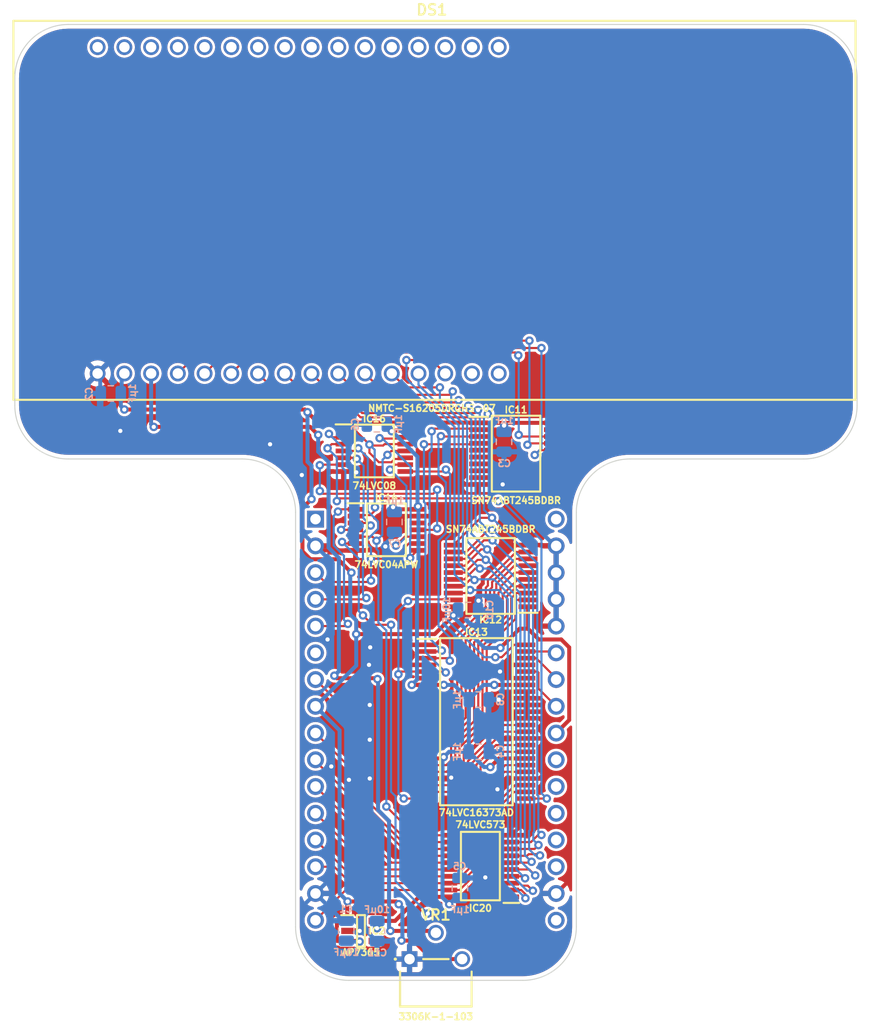
<source format=kicad_pcb>
(kicad_pcb (version 20221018) (generator pcbnew)
  (layers (0 "F.Cu" signal) (31 "B.Cu" signal) (34 "B.Paste" user) (36 "B.SilkS" user "B.Silkscreen") (37 "F.SilkS" user "F.Silkscreen") (38 "B.Mask" user) (39 "F.Mask" user) (44 "Edge.Cuts" user))
  (net 0 "")
  (net 1 "/5V")
  (net 2 "/GND")
  (net 3 "/3.3V")
  (net 4 "/V_{0}")
  (net 5 "/RS")
  (net 6 "/R~{W}")
  (net 7 "/E")
  (net 8 "/DB0")
  (net 9 "/DB1")
  (net 10 "/DB2")
  (net 11 "/DB3")
  (net 12 "/DB4")
  (net 13 "/DB5")
  (net 14 "/DB6")
  (net 15 "/DB7")
  (net 17 "/E_{Latch}")
  (net 18 "/RS_{Latch}")
  (net 19 "/R~{W}_{Latch}")
  (net 20 "/D7_{Latch}")
  (net 21 "/D6_{Latch}")
  (net 22 "/D5_{Latch}")
  (net 23 "/D4_{Latch}")
  (net 24 "/D3_{Latch}")
  (net 25 "/D2_{Latch}")
  (net 26 "/D1_{Latch}")
  (net 27 "/D0_{Latch}")
  (net 28 "/WD·CS")
  (net 29 "/D7")
  (net 30 "/D6")
  (net 31 "/D5")
  (net 32 "/D4")
  (net 33 "/D3")
  (net 34 "/D2")
  (net 35 "/D1")
  (net 36 "/D0")
  (net 37 "/A2")
  (net 38 "/A1")
  (net 39 "/A0")
  (net 40 "/(RD+WD)·CS")
  (net 41 "/Device ~{CS}")
  (net 42 "/CS")
  (net 43 "/~{WD}")
  (net 44 "/WD")
  (net 45 "/RD·CS")
  (net 46 "/~{RD}+~{CS}")
  (net 47 "/RD")
  (net 48 "/~{RD}")
  (net 49 "/RD+WD")
  (net 50 "/~{RD}·~{WD}")
  (footprint "SamacSys_Parts:SOP65P640X110-14N" (layer "F.Cu") (at 152.908 92.583)
    (fp_text reference "IC16")
    (fp_text value "74LVC08APW,112" hide)
  )
  (footprint "SamacSys_Parts:SOP65P780X200-20N" (layer "F.Cu") (at 166.37 92.837)
    (fp_text reference "IC11")
    (fp_text value "SN74ABT245BDBR")
  )
  (footprint "SamacSys_Parts:SOT95P285X130-5N" (layer "F.Cu") (at 151.638 138.176)
    (fp_text reference "IC2")
    (fp_text value "AP7365-33WG-7" hide)
  )
  (footprint "SamacSys_Parts:NMTCS16205DRGHS07_1" (layer "F.Cu") (at 126.623 85.223)
    (fp_text reference "DS1")
    (fp_text value "NMTC-S16205DRGHS-07")
  )
  (footprint "SamacSys_Parts:SOP65P640X110-14N" (layer "F.Cu") (at 154.051 100.076)
    (fp_text reference "IC14")
    (fp_text value "74LVC04APW,118" hide)
  )
  (footprint "SamacSys_Parts:SOP65P780X200-20N" (layer "F.Cu") (at 163.957 104.457999 180)
    (fp_text reference "IC12")
    (fp_text value "SN74ABT245BDBR")
  )
  (footprint "SamacSys_Parts:SOP65P640X110-20N" (layer "F.Cu") (at 162.983501 132.016999 180)
    (fp_text reference "IC20")
    (fp_text value "74LVC573APW,118" hide)
  )
  (footprint "SamacSys_Parts:3306K1103" (layer "F.Cu") (at 156.25 140.853)
    (fp_text reference "VR1")
    (fp_text value "3306K-1-103")
  )
  (footprint "SamacSys_Parts:SOP64P1025X280-48N" (layer "F.Cu") (at 162.602501 118.300999)
    (fp_text reference "IC13")
    (fp_text value "74LVC16373ADL,118" hide)
  )
  (footprint "SamacSys_Parts:DIP-32_Board_W22.86mm" (layer "F.Cu") (at 147.32 99.06)
    (fp_text reference "J1" hide)
    (fp_text value "Conn_02x16_Counter_Clockwise" hide)
  )
  (footprint "SamacSys_Parts:C_0805" (layer "B.Cu") (at 161.036 134.112 180)
    (fp_text reference "C5")
    (fp_text value "1μF")
  )
  (footprint "SamacSys_Parts:C_0805" (layer "B.Cu") (at 165.227 91.694)
    (fp_text reference "C3")
    (fp_text value "1μF")
  )
  (footprint "SamacSys_Parts:C_0805" (layer "B.Cu") (at 162.814 116.205 90)
    (fp_text reference "C8")
    (fp_text value "1μF")
  )
  (footprint "SamacSys_Parts:C_0805" (layer "B.Cu") (at 127.889 87.122 -90)
    (fp_text reference "C2")
    (fp_text value "1μF")
  )
  (footprint "SamacSys_Parts:C_0805" (layer "B.Cu") (at 153.162 90.043 -90)
    (fp_text reference "C6")
    (fp_text value "1μF")
  )
  (footprint "SamacSys_Parts:C_0805" (layer "B.Cu") (at 162.814 121.158 90)
    (fp_text reference "C4")
    (fp_text value "1μF")
  )
  (footprint "SamacSys_Parts:C_0805" (layer "B.Cu") (at 150.241 138.176 180)
    (fp_text reference "C1")
    (fp_text value "10μF")
  )
  (footprint "SamacSys_Parts:C_0805" (layer "B.Cu") (at 154.813 99.314)
    (fp_text reference "C7")
    (fp_text value "1μF")
  )
  (footprint "SamacSys_Parts:C_0805" (layer "B.Cu") (at 161.798 107.696 90)
    (fp_text reference "C10")
    (fp_text value "10μF")
  )
  (footprint "SamacSys_Parts:C_0805" (layer "B.Cu") (at 153.162 138.176)
    (fp_text reference "C11")
    (fp_text value "10μF")
  )
  (gr_arc (start 172.096971 137.794599) (mid 170.609073 141.386701) (end 167.016971 142.874599) (stroke (width 0.1)) (layer "Edge.Cuts"))
  (gr_arc (start 118.756971 57.149599) (mid 120.244869 53.557497) (end 123.836971 52.069599) (stroke (width 0.1)) (layer "Edge.Cuts"))
  (gr_arc (start 193.686971 52.069599) (mid 197.279073 53.557497) (end 198.766971 57.149599) (stroke (width 0.1)) (layer "Edge.Cuts"))
  (gr_line (start 123.836971 93.344599) (end 140.346971 93.344599) (stroke (width 0.1)) (layer "Edge.Cuts"))
  (gr_line (start 177.176971 93.344599) (end 193.686971 93.344599) (stroke (width 0.1)) (layer "Edge.Cuts"))
  (gr_arc (start 140.346971 93.344599) (mid 143.939073 94.832497) (end 145.426971 98.424599) (stroke (width 0.1)) (layer "Edge.Cuts"))
  (gr_arc (start 150.506971 142.874599) (mid 146.914869 141.386701) (end 145.426971 137.794599) (stroke (width 0.1)) (layer "Edge.Cuts"))
  (gr_arc (start 172.096971 98.424599) (mid 173.584869 94.832497) (end 177.176971 93.344599) (stroke (width 0.1)) (layer "Edge.Cuts"))
  (gr_arc (start 123.836971 93.344599) (mid 120.244869 91.856701) (end 118.756971 88.264599) (stroke (width 0.1)) (layer "Edge.Cuts"))
  (gr_line (start 167.016971 142.874599) (end 150.506971 142.874599) (stroke (width 0.1)) (layer "Edge.Cuts"))
  (gr_line (start 172.096971 137.794599) (end 172.096971 98.424599) (stroke (width 0.1)) (layer "Edge.Cuts"))
  (gr_arc (start 198.766971 88.264599) (mid 197.279073 91.856701) (end 193.686971 93.344599) (stroke (width 0.1)) (layer "Edge.Cuts"))
  (gr_line (start 198.766971 57.149599) (end 198.766971 88.264599) (stroke (width 0.1)) (layer "Edge.Cuts"))
  (gr_line (start 145.426971 98.424599) (end 145.426971 137.794599) (stroke (width 0.1)) (layer "Edge.Cuts"))
  (gr_line (start 118.756971 57.149599) (end 118.756971 88.264599) (stroke (width 0.1)) (layer "Edge.Cuts"))
  (gr_line (start 123.836971 52.069599) (end 193.686971 52.069599) (stroke (width 0.1)) (layer "Edge.Cuts"))
  (segment (start 160.422003 108.204) (end 158.644003 109.982) (width 0.38) (layer "F.Cu") (net 1))
  (segment (start 146.558 88.900008) (end 146.558 88.9) (width 0.38) (layer "F.Cu") (net 1))
  (segment (start 149.457 102.87) (end 150.727 104.14) (width 0.38) (layer "F.Cu") (net 1))
  (segment (start 150.338 135.411996) (end 150.367996 135.382) (width 0.38) (layer "F.Cu") (net 1))
  (segment (start 150.338 137.226) (end 150.338 135.411996) (width 0.38) (layer "F.Cu") (net 1))
  (segment (start 167.507 109.468) (end 167.507 107.382999) (width 0.38) (layer "F.Cu") (net 1))
  (segment (start 171.42 111.246375) (end 170.663625 110.49) (width 0.38) (layer "F.Cu") (net 1))
  (segment (start 150.338 139.126) (end 151.445 139.126) (width 0.38) (layer "F.Cu") (net 1))
  (segment (start 160.407 108.188997) (end 160.422003 108.204) (width 0.38) (layer "F.Cu") (net 1))
  (segment (start 166.711507 109.468) (end 164.883 111.296507) (width 0.38) (layer "F.Cu") (net 1))
  (segment (start 150.367996 135.382) (end 154.969115 135.382) (width 0.38) (layer "F.Cu") (net 1))
  (segment (start 168.529 110.49) (end 167.507 109.468) (width 0.38) (layer "F.Cu") (net 1))
  (segment (start 146.08 102.113625) (end 146.836375 102.87) (width 0.38) (layer "F.Cu") (net 1))
  (segment (start 154.969115 135.382) (end 155.222 135.634885) (width 0.38) (layer "F.Cu") (net 1))
  (segment (start 147.546 89.888) (end 146.558 88.9) (width 0.38) (layer "F.Cu") (net 1))
  (segment (start 161.25 140.853) (end 158.379 140.853) (width 0.38) (layer "F.Cu") (net 1))
  (segment (start 149.383 137.226) (end 149.352 137.257) (width 0.38) (layer "F.Cu") (net 1))
  (segment (start 169.92 89.912) (end 169.92 90.562) (width 0.38) (layer "F.Cu") (net 1))
  (segment (start 170.663625 110.49) (end 168.529 110.49) (width 0.38) (layer "F.Cu") (net 1))
  (segment (start 156.623575 139.097575) (end 155.487977 139.097575) (width 0.38) (layer "F.Cu") (net 1))
  (segment (start 149.352 139.095) (end 149.383 139.126) (width 0.38) (layer "F.Cu") (net 1))
  (segment (start 146.836375 102.87) (end 149.457 102.87) (width 0.38) (layer "F.Cu") (net 1))
  (segment (start 164.969 89.912) (end 165.227 90.17) (width 0.38) (layer "F.Cu") (net 1))
  (segment (start 165.485 89.912) (end 169.92 89.912) (width 0.38) (layer "F.Cu") (net 1))
  (segment (start 151.445 139.126) (end 151.511 139.192) (width 0.38) (layer "F.Cu") (net 1))
  (segment (start 146.08 98.014) (end 146.08 102.113625) (width 0.38) (layer "F.Cu") (net 1))
  (segment (start 150.338 137.226) (end 149.383 137.226) (width 0.38) (layer "F.Cu") (net 1))
  (segment (start 170.18 119.38) (end 171.42 118.14) (width 0.38) (layer "F.Cu") (net 1))
  (segment (start 162.788 89.888) (end 147.546 89.888) (width 0.38) (layer "F.Cu") (net 1))
  (segment (start 167.507 109.468) (end 166.711507 109.468) (width 0.38) (layer "F.Cu") (net 1))
  (segment (start 149.352 137.257) (end 149.352 139.095) (width 0.38) (layer "F.Cu") (net 1))
  (segment (start 146.939 97.155) (end 146.08 98.014) (width 0.38) (layer "F.Cu") (net 1))
  (segment (start 158.379 140.853) (end 156.623575 139.097575) (width 0.38) (layer "F.Cu") (net 1))
  (segment (start 146.558 88.9) (end 146.304 88.646) (width 0.38) (layer "F.Cu") (net 1))
  (segment (start 171.42 118.14) (end 171.42 111.246375) (width 0.38) (layer "F.Cu") (net 1))
  (segment (start 165.227 90.17) (end 165.485 89.912) (width 0.38) (layer "F.Cu") (net 1))
  (segment (start 149.383 139.126) (end 150.338 139.126) (width 0.38) (layer "F.Cu") (net 1))
  (segment (start 160.407 107.382999) (end 160.407 108.188997) (width 0.38) (layer "F.Cu") (net 1))
  (segment (start 129.159 88.646) (end 146.304 88.646) (width 0.38) (layer "F.Cu") (net 1))
  (segment (start 158.644003 109.982) (end 151.186 109.982) (width 0.38) (layer "F.Cu") (net 1))
  (segment (start 162.82 89.912) (end 164.969 89.912) (width 0.38) (layer "F.Cu") (net 1))
  (via (at 150.727 104.14) (size 0.8) (drill 0.4) (layers "F.Cu" "B.Cu") (net 1))
  (via (at 129.159 88.646) (size 0.8) (drill 0.4) (layers "F.Cu" "B.Cu") (net 1))
  (via (at 150.367996 135.382) (size 0.8) (drill 0.4) (layers "F.Cu" "B.Cu") (net 1))
  (via (at 155.222 135.634885) (size 0.8) (drill 0.4) (layers "F.Cu" "B.Cu") (net 1))
  (via (at 160.422003 108.204) (size 0.8) (drill 0.4) (layers "F.Cu" "B.Cu") (net 1))
  (via (at 155.487977 139.097575) (size 0.8) (drill 0.4) (layers "F.Cu" "B.Cu") (net 1))
  (via (at 146.558 88.900008) (size 0.8) (drill 0.4) (layers "F.Cu" "B.Cu") (net 1))
  (via (at 165.227 90.17) (size 0.8) (drill 0.4) (layers "F.Cu" "B.Cu") (net 1))
  (via (at 151.511 139.192) (size 0.8) (drill 0.4) (layers "F.Cu" "B.Cu") (net 1))
  (via (at 164.883 111.296507) (size 0.8) (drill 0.4) (layers "F.Cu" "B.Cu") (net 1))
  (via (at 146.939 97.155) (size 0.8) (drill 0.4) (layers "F.Cu" "B.Cu") (net 1))
  (via (at 151.186 109.982) (size 0.8) (drill 0.4) (layers "F.Cu" "B.Cu") (net 1))
  (segment (start 151.186 108.680192) (end 150.622 108.116192) (width 0.38) (layer "B.Cu") (net 1))
  (segment (start 160.422003 108.137997) (end 160.864 107.696) (width 0.38) (layer "B.Cu") (net 1))
  (segment (start 165.227 90.76) (end 165.227 90.17) (width 0.38) (layer "B.Cu") (net 1))
  (segment (start 128.823 87.122) (end 128.823 88.31) (width 0.38) (layer "B.Cu") (net 1))
  (segment (start 149.606 119.126) (end 149.606 134.620004) (width 0.38) (layer "B.Cu") (net 1))
  (segment (start 151.186 112.974) (end 151.186 109.982) (width 0.38) (layer "B.Cu") (net 1))
  (segment (start 155.575 135.987885) (end 155.222 135.634885) (width 0.38) (layer "B.Cu") (net 1))
  (segment (start 151.511 139.192) (end 150.323 139.192) (width 0.38) (layer "B.Cu") (net 1))
  (segment (start 160.422003 108.204) (end 160.422003 108.352003) (width 0.38) (layer "B.Cu") (net 1))
  (segment (start 155.487977 139.097575) (end 155.575 139.010552) (width 0.38) (layer "B.Cu") (net 1))
  (segment (start 151.186 109.982) (end 151.186 108.680192) (width 0.38) (layer "B.Cu") (net 1))
  (segment (start 163.366507 111.296507) (end 164.883 111.296507) (width 0.38) (layer "B.Cu") (net 1))
  (segment (start 147.32 116.84) (end 151.186 112.974) (width 0.38) (layer "B.Cu") (net 1))
  (segment (start 150.622 104.245) (end 150.727 104.14) (width 0.38) (layer "B.Cu") (net 1))
  (segment (start 128.823 88.31) (end 129.159 88.646) (width 0.38) (layer "B.Cu") (net 1))
  (segment (start 146.939 97.155) (end 146.939 93.98) (width 0.38) (layer "B.Cu") (net 1))
  (segment (start 149.606 134.620004) (end 150.367996 135.382) (width 0.38) (layer "B.Cu") (net 1))
  (segment (start 155.575 139.010552) (end 155.575 135.987885) (width 0.38) (layer "B.Cu") (net 1))
  (segment (start 160.422003 108.352003) (end 163.366507 111.296507) (width 0.38) (layer "B.Cu") (net 1))
  (segment (start 146.939 93.98) (end 146.558 93.599) (width 0.38) (layer "B.Cu") (net 1))
  (segment (start 147.32 116.84) (end 149.606 119.126) (width 0.38) (layer "B.Cu") (net 1))
  (segment (start 128.905 85.481) (end 128.905 87.04) (width 0.38) (layer "B.Cu") (net 1))
  (segment (start 150.622 108.116192) (end 150.622 104.245) (width 0.38) (layer "B.Cu") (net 1))
  (segment (start 146.558 93.599) (end 146.558 88.900008) (width 0.38) (layer "B.Cu") (net 1))
  (segment (start 160.422003 108.204) (end 160.422003 108.137997) (width 0.38) (layer "B.Cu") (net 1))
  (segment (start 165.040008 129.091999) (end 164.794001 129.338005) (width 0.38) (layer "F.Cu") (net 2))
  (segment (start 162.79998 105.572199) (end 162.79998 106.94802) (width 0.38) (layer "F.Cu") (net 2))
  (segment (start 167.507 100.832) (end 167.507 101.532999) (width 0.38) (layer "F.Cu") (net 2))
  (segment (start 149.97 94.533) (end 151.109976 94.533) (width 0.38) (layer "F.Cu") (net 2))
  (segment (start 169.92 95.112) (end 169.92 94.462) (width 0.38) (layer "F.Cu") (net 2))
  (segment (start 169.92 95.762) (end 165.1 95.762) (width 0.38) (layer "F.Cu") (net 2))
  (segment (start 167.302501 117.348999) (end 167.302501 116.712999) (width 0.38) (layer "F.Cu") (net 2))
  (segment (start 143.001982 91.948006) (end 143.001988 91.948) (width 0.38) (layer "F.Cu") (net 2))
  (segment (start 163.205408 105.166771) (end 162.79998 105.572199) (width 0.38) (layer "F.Cu") (net 2))
  (segment (start 163.205408 104.591398) (end 163.205408 105.166771) (width 0.38) (layer "F.Cu") (net 2))
  (segment (start 155.8715 98.776) (end 153.954714 100.692786) (width 0.38) (layer "F.Cu") (net 2))
  (segment (start 151.109976 94.533) (end 151.191976 94.615) (width 0.38) (layer "F.Cu") (net 2))
  (segment (start 170.663625 128.27) (end 166.7435 128.27) (width 0.38) (layer "F.Cu") (net 2))
  (segment (start 158.749001 110.998999) (end 157.902501 110.998999) (width 0.38) (layer "F.Cu") (net 2))
  (segment (start 169.92 95.762) (end 169.92 95.112) (width 0.38) (layer "F.Cu") (net 2))
  (segment (start 159.546699 98.136301) (end 164.354843 98.136301) (width 0.38) (layer "F.Cu") (net 2))
  (segment (start 169.92 93.812) (end 169.92 93.162) (width 0.38) (layer "F.Cu") (net 2))
  (segment (start 167.302501 116.078999) (end 167.302501 115.442999) (width 0.38) (layer "F.Cu") (net 2))
  (segment (start 170.18 134.62) (end 171.42 133.38) (width 0.38) (layer "F.Cu") (net 2))
  (segment (start 161.54 95.762) (end 161.028 95.25) (width 0.38) (layer "F.Cu") (net 2))
  (segment (start 168.94 119.888) (end 168.94 123.0985) (width 0.38) (layer "F.Cu") (net 2))
  (segment (start 171.42 129.026375) (end 170.663625 128.27) (width 0.38) (layer "F.Cu") (net 2))
  (segment (start 151.113 102.026) (end 153.58484 102.026) (width 0.38) (layer "F.Cu") (net 2))
  (segment (start 151.113 102.026) (end 147.746 102.026) (width 0.38) (layer "F.Cu") (net 2))
  (segment (start 128.778 90.678) (end 130.048006 91.948006) (width 0.38) (layer "F.Cu") (net 2))
  (segment (start 164.794001 131.750999) (end 163.449 133.096) (width 0.38) (layer "F.Cu") (net 2))
  (segment (start 162.79998 106.94802) (end 158.749001 110.998999) (width 0.38) (layer "F.Cu") (net 2))
  (segment (start 157.902501 116.712999) (end 152.471468 116.712999) (width 0.38) (layer "F.Cu") (net 2))
  (segment (start 165.387501 113.537999) (end 166.022501 114.172999) (width 0.38) (layer "F.Cu") (net 2))
  (segment (start 148.816 122.555) (end 149.225 122.555) (width 0.38) (layer "F.Cu") (net 2))
  (segment (start 166.496999 117.982999) (end 164.719 116.205) (width 0.38) (layer "F.Cu") (net 2))
  (segment (start 167.302501 123.698999) (end 165.627723 123.698999) (width 0.38) (layer "F.Cu") (net 2))
  (segment (start 153.58484 102.026) (end 153.954714 101.656126) (width 0.38) (layer "F.Cu") (net 2))
  (segment (start 148.463 110.49) (end 150.876 112.903) (width 0.38) (layer "F.Cu") (net 2))
  (segment (start 150.876 112.903) (end 152.4 112.903) (width 0.38) (layer "F.Cu") (net 2))
  (segment (start 152.754231 110.998999) (end 152.514115 111.239115) (width 0.38) (layer "F.Cu") (net 2))
  (segment (start 166.022501 114.172999) (end 167.302501 114.172999) (width 0.38) (layer "F.Cu") (net 2))
  (segment (start 168.582501 117.982999) (end 168.94 118.340498) (width 0.38) (layer "F.Cu") (net 2))
  (segment (start 164.794001 129.338005) (end 164.794001 131.750999) (width 0.38) (layer "F.Cu") (net 2))
  (segment (start 169.0615 123.22) (end 170.693625 123.22) (width 0.38) (layer "F.Cu") (net 2))
  (segment (start 171.42 123.946375) (end 171.42 127.513625) (width 0.38) (layer "F.Cu") (net 2))
  (segment (start 151.826976 95.25) (end 151.191976 94.615) (width 0.38) (layer "F.Cu") (net 2))
  (segment (start 149.97 94.533) (end 148.799 94.533) (width 0.38) (layer "F.Cu") (net 2))
  (segment (start 171.42 127.513625) (end 170.663625 128.27) (width 0.38) (layer "F.Cu") (net 2))
  (segment (start 164.354843 98.136301) (end 164.364537 98.145995) (width 0.38) (layer "F.Cu") (net 2))
  (segment (start 169.92 94.462) (end 169.92 93.812) (width 0.38) (layer "F.Cu") (net 2))
  (segment (start 168.94 123.0985) (end 169.0615 123.22) (width 0.38) (layer "F.Cu") (net 2))
  (segment (start 153.954714 100.692786) (end 153.954714 101.656126) (width 0.38) (layer "F.Cu") (net 2))
  (segment (start 157.902501 112.902999) (end 152.4 112.903) (width 0.38) (layer "F.Cu") (net 2))
  (segment (start 167.302501 123.698999) (end 168.582501 123.698999) (width 0.38) (layer "F.Cu") (net 2))
  (segment (start 164.820995 98.145995) (end 167.507 100.832) (width 0.38) (layer "F.Cu") (net 2))
  (segment (start 167.302501 112.902999) (end 166.022501 112.902999) (width 0.38) (layer "F.Cu") (net 2))
  (segment (start 157.902501 123.698999) (end 160.125025 123.698999) (width 0.38) (layer "F.Cu") (net 2))
  (segment (start 165.627723 123.698999) (end 164.602361 124.724361) (width 0.38) (layer "F.Cu") (net 2))
  (segment (start 171.42 133.38) (end 171.42 129.026375) (width 0.38) (layer "F.Cu") (net 2))
  (segment (start 168.939001 119.888999) (end 167.302501 119.888999) (width 0.38) (layer "F.Cu") (net 2))
  (segment (start 165.921501 129.091999) (end 165.040008 129.091999) (width 0.38) (layer "F.Cu") (net 2))
  (segment (start 166.022501 112.902999) (end 165.387501 113.537999) (width 0.38) (layer "F.Cu") (net 2))
  (segment (start 162.82 95.762) (end 161.54 95.762) (width 0.38) (layer "F.Cu") (net 2))
  (segment (start 170.693625 123.22) (end 171.42 123.946375) (width 0.38) (layer "F.Cu") (net 2))
  (segment (start 157.902501 119.888999) (end 152.597001 119.888999) (width 0.38) (layer "F.Cu") (net 2))
  (segment (start 165.3875 113.538) (end 164.846 113.538) (width 0.38) (layer "F.Cu") (net 2))
  (segment (start 152.471468 116.712999) (end 152.471 116.712531) (width 0.38) (layer "F.Cu") (net 2))
  (segment (start 166.7435 128.27) (end 165.921501 129.091999) (width 0.38) (layer "F.Cu") (net 2))
  (segment (start 168.94 119.888) (end 168.939001 119.888999) (width 0.38) (layer "F.Cu") (net 2))
  (segment (start 152.471999 123.698999) (end 152.471 123.698) (width 0.38) (layer "F.Cu") (net 2))
  (segment (start 164.364537 98.145995) (end 164.820995 98.145995) (width 0.38) (layer "F.Cu") (net 2))
  (segment (start 168.582501 123.698999) (end 169.0615 123.22) (width 0.38) (layer "F.Cu") (net 2))
  (segment (start 157.902501 110.998999) (end 152.754231 110.998999) (width 0.38) (layer "F.Cu") (net 2))
  (segment (start 148.799 94.533) (end 148.463 94.869) (width 0.38) (layer "F.Cu") (net 2))
  (segment (start 156.989 98.776) (end 158.907 98.776) (width 0.38) (layer "F.Cu") (net 2))
  (segment (start 157.902501 123.698999) (end 152.471999 123.698999) (width 0.38) (layer "F.Cu") (net 2))
  (segment (start 165.387501 113.537999) (end 165.3875 113.538) (width 0.38) (layer "F.Cu") (net 2))
  (segment (start 168.94 118.340498) (end 168.94 119.888) (width 0.38) (layer "F.Cu") (net 2))
  (segment (start 167.302501 117.982999) (end 167.302501 117.348999) (width 0.38) (layer "F.Cu") (net 2))
  (segment (start 167.302501 116.712999) (end 167.302501 116.078999) (width 0.38) (layer "F.Cu") (net 2))
  (segment (start 160.125025 123.698999) (end 160.209 123.615024) (width 0.38) (layer "F.Cu") (net 2))
  (segment (start 158.907 98.776) (end 159.546699 98.136301) (width 0.38) (layer "F.Cu") (net 2))
  (segment (start 152.597001 119.888999) (end 152.471 120.015) (width 0.38) (layer "F.Cu") (net 2))
  (segment (start 130.048006 91.948006) (end 143.001982 91.948006) (width 0.38) (layer "F.Cu") (net 2))
  (segment (start 165.1 95.762) (end 162.82 95.762) (width 0.38) (layer "F.Cu") (net 2))
  (segment (start 167.302501 117.982999) (end 168.582501 117.982999) (width 0.38) (layer "F.Cu") (net 2))
  (segment (start 170.112999 101.532999) (end 167.507 101.532999) (width 0.38) (layer "F.Cu") (net 2))
  (segment (start 167.507 101.532999) (end 166.263807 101.532999) (width 0.38) (layer "F.Cu") (net 2))
  (segment (start 167.302501 117.982999) (end 166.496999 117.982999) (width 0.38) (layer "F.Cu") (net 2))
  (segment (start 148.463 94.869) (end 146.016977 94.869) (width 0.38) (layer "F.Cu") (net 2))
  (segment (start 156.989 98.776) (end 155.8715 98.776) (width 0.38) (layer "F.Cu") (net 2))
  (segment (start 149.225 122.555) (end 150.495 123.825) (width 0.38) (layer "F.Cu") (net 2))
  (segment (start 166.263807 101.532999) (end 163.205408 104.591398) (width 0.38) (layer "F.Cu") (net 2))
  (segment (start 161.028 95.25) (end 151.826976 95.25) (width 0.38) (layer "F.Cu") (net 2))
  (segment (start 151.511 138.176) (end 150.338 138.176) (width 0.38) (layer "F.Cu") (net 2))
  (via (at 160.209 123.615024) (size 0.8) (drill 0.4) (layers "F.Cu" "B.Cu") (net 2))
  (via (at 148.463 110.49) (size 0.8) (drill 0.4) (layers "F.Cu" "B.Cu") (net 2))
  (via (at 151.191976 94.615) (size 0.8) (drill 0.4) (layers "F.Cu" "B.Cu") (net 2))
  (via (at 152.514115 111.239115) (size 0.8) (drill 0.4) (layers "F.Cu" "B.Cu") (net 2))
  (via (at 163.449 133.096) (size 0.8) (drill 0.4) (layers "F.Cu" "B.Cu") (net 2))
  (via (at 146.016977 94.869) (size 0.8) (drill 0.4) (layers "F.Cu" "B.Cu") (net 2))
  (via (at 162.79998 106.807) (size 0.8) (drill 0.4) (layers "F.Cu" "B.Cu") (net 2))
  (via (at 152.471 116.712531) (size 0.8) (drill 0.4) (layers "F.Cu" "B.Cu") (net 2))
  (via (at 164.846 113.538) (size 0.8) (drill 0.4) (layers "F.Cu" "B.Cu") (net 2))
  (via (at 165.1 95.762) (size 0.8) (drill 0.4) (layers "F.Cu" "B.Cu") (net 2))
  (via (at 128.778 90.678) (size 0.8) (drill 0.4) (layers "F.Cu" "B.Cu") (net 2))
  (via (at 148.816 122.555) (size 0.8) (drill 0.4) (layers "F.Cu" "B.Cu") (net 2))
  (via (at 143.001988 91.948) (size 0.8) (drill 0.4) (layers "F.Cu" "B.Cu") (net 2))
  (via (at 153.954714 101.656126) (size 0.8) (drill 0.4) (layers "F.Cu" "B.Cu") (net 2))
  (via (at 152.471 123.698) (size 0.8) (drill 0.4) (layers "F.Cu" "B.Cu") (net 2))
  (via (at 164.719 116.205) (size 0.8) (drill 0.4) (layers "F.Cu" "B.Cu") (net 2))
  (via (at 164.602361 124.724361) (size 0.8) (drill 0.4) (layers "F.Cu" "B.Cu") (net 2))
  (via (at 152.471 120.015) (size 0.8) (drill 0.4) (layers "F.Cu" "B.Cu") (net 2))
  (via (at 152.4 112.903) (size 0.8) (drill 0.4) (layers "F.Cu" "B.Cu") (net 2))
  (via (at 150.495 123.825) (size 0.8) (drill 0.4) (layers "F.Cu" "B.Cu") (net 2))
  (via (at 151.511 138.176) (size 0.8) (drill 0.4) (layers "F.Cu" "B.Cu") (net 2))
  (segment (start 151.13 90.043) (end 152.196 90.043) (width 0.38) (layer "B.Cu") (net 2))
  (segment (start 143.095977 91.948) (end 143.001988 91.948) (width 0.38) (layer "B.Cu") (net 2))
  (segment (start 165.093 113.785) (end 165.093 115.831) (width 0.38) (layer "B.Cu") (net 2))
  (segment (start 164.846 113.538) (end 165.093 113.785) (width 0.38) (layer "B.Cu") (net 2))
  (segment (start 164.719 122.097) (end 163.78 121.158) (width 0.38) (layer "B.Cu") (net 2))
  (segment (start 146.016977 94.869) (end 143.095977 91.948) (width 0.38) (layer "B.Cu") (net 2))
  (segment (start 164.602361 124.724361) (end 163.449 123.571) (width 0.38) (layer "B.Cu") (net 2))
  (segment (start 152.681 119.805) (end 152.681 116.922531) (width 0.38) (layer "B.Cu") (net 2))
  (segment (start 146.08 137.698) (end 149.235 140.853) (width 0.38) (layer "B.Cu") (net 2))
  (segment (start 152.471 120.015) (end 152.681 119.805) (width 0.38) (layer "B.Cu") (net 2))
  (segment (start 152.681 123.488) (end 152.681 120.225) (width 0.38) (layer "B.Cu") (net 2))
  (segment (start 147.32 134.62) (end 149.91 137.21) (width 0.38) (layer "B.Cu") (net 2))
  (segment (start 151.511 137.668) (end 151.511 138.176) (width 0.38) (layer "B.Cu") (net 2))
  (segment (start 146.08 135.86) (end 146.08 137.698) (width 0.38) (layer "B.Cu") (net 2))
  (segment (start 170.18 106.68) (end 170.18 109.22) (width 0.38) (layer "B.Cu") (net 2))
  (segment (start 152.471 123.698) (end 152.681 123.488) (width 0.38) (layer "B.Cu") (net 2))
  (segment (start 150.495 123.825) (end 152.344 123.825) (width 0.38) (layer "B.Cu") (net 2))
  (segment (start 148.956998 109.996002) (end 148.463 110.49) (width 0.38) (layer "B.Cu") (net 2))
  (segment (start 151.053 137.21) (end 151.511 137.668) (width 0.38) (layer "B.Cu") (net 2))
  (segment (start 148.816 133.124) (end 148.816 122.555) (width 0.38) (layer "B.Cu") (net 2))
  (segment (start 152.344 123.825) (end 152.471 123.698) (width 0.38) (layer "B.Cu") (net 2))
  (segment (start 165.227 95.635) (end 165.1 95.762) (width 0.38) (layer "B.Cu") (net 2))
  (segment (start 152.158 138.176) (end 153.124 139.142) (width 0.38) (layer "B.Cu") (net 2))
  (segment (start 153.954714 101.399247) (end 153.954714 101.656126) (width 0.38) (layer "B.Cu") (net 2))
  (segment (start 151.511 138.176) (end 152.158 138.176) (width 0.38) (layer "B.Cu") (net 2))
  (segment (start 170.053 101.6) (end 165.1 96.647) (width 0.38) (layer "B.Cu") (net 2))
  (segment (start 148.956998 103.236998) (end 148.956998 109.996002) (width 0.38) (layer "B.Cu") (net 2))
  (segment (start 164.602361 124.724361) (end 164.719 124.607722) (width 0.38) (layer "B.Cu") (net 2))
  (segment (start 163.399 133.146) (end 163.449 133.096) (width 0.38) (layer "B.Cu") (net 2))
  (segment (start 164.719 116.205) (end 163.78 116.205) (width 0.38) (layer "B.Cu") (net 2))
  (segment (start 164.719 124.607722) (end 164.719 122.555) (width 0.38) (layer "B.Cu") (net 2))
  (segment (start 152.681 116.922531) (end 152.471 116.712531) (width 0.38) (layer "B.Cu") (net 2))
  (segment (start 162.764 107.696) (end 162.764 106.84298) (width 0.38) (layer "B.Cu") (net 2))
  (segment (start 150.241 137.21) (end 151.053 137.21) (width 0.38) (layer "B.Cu") (net 2))
  (segment (start 165.093 115.831) (end 164.719 116.205) (width 0.38) (layer "B.Cu") (net 2))
  (segment (start 152.4 116.641531) (end 152.4 112.903) (width 0.38) (layer "B.Cu") (net 2))
  (segment (start 162.764 106.84298) (end 162.79998 106.807) (width 0.38) (layer "B.Cu") (net 2))
  (segment (start 147.32 134.62) (end 146.08 135.86) (width 0.38) (layer "B.Cu") (net 2))
  (segment (start 165.1 96.647) (end 165.1 95.762) (width 0.38) (layer "B.Cu") (net 2))
  (segment (start 147.32 101.6) (end 148.956998 103.236998) (width 0.38) (layer "B.Cu") (net 2))
  (segment (start 151.191976 94.615) (end 151.003 94.615) (width 0.38) (layer "B.Cu") (net 2))
  (segment (start 170.18 101.6) (end 170.18 104.14) (width 0.38) (layer "B.Cu") (net 2))
  (segment (start 164.719 122.555) (end 164.719 122.097) (width 0.38) (layer "B.Cu") (net 2))
  (segment (start 147.32 101.6) (end 146.016977 100.296977) (width 0.38) (layer "B.Cu") (net 2))
  (segment (start 146.016977 100.296977) (end 146.016977 94.869) (width 0.38) (layer "B.Cu") (net 2))
  (segment (start 126.873 85.473) (end 126.873 87.072) (width 0.38) (layer "B.Cu") (net 2))
  (segment (start 126.746 88.646) (end 128.778 90.678) (width 0.38) (layer "B.Cu") (net 2))
  (segment (start 126.746 87.299) (end 126.746 88.646) (width 0.38) (layer "B.Cu") (net 2))
  (segment (start 163.78 121.158) (end 163.78 116.205) (width 0.38) (layer "B.Cu") (net 2))
  (segment (start 147.32 134.62) (end 148.816 133.124) (width 0.38) (layer "B.Cu") (net 2))
  (segment (start 163.449 123.571) (end 160.253024 123.571) (width 0.38) (layer "B.Cu") (net 2))
  (segment (start 154.686 100.667961) (end 153.954714 101.399247) (width 0.38) (layer "B.Cu") (net 2))
  (segment (start 170.18 104.14) (end 170.18 106.68) (width 0.38) (layer "B.Cu") (net 2))
  (segment (start 152.471 116.712531) (end 152.4 116.641531) (width 0.38) (layer "B.Cu") (net 2))
  (segment (start 151.003 94.615) (end 150.368 93.98) (width 0.38) (layer "B.Cu") (net 2))
  (segment (start 152.4 112.903) (end 152.4 111.35323) (width 0.38) (layer "B.Cu") (net 2))
  (segment (start 161.036 133.146) (end 163.399 133.146) (width 0.38) (layer "B.Cu") (net 2))
  (segment (start 165.227 92.66) (end 165.227 95.635) (width 0.38) (layer "B.Cu") (net 2))
  (segment (start 152.681 120.225) (end 152.471 120.015) (width 0.38) (layer "B.Cu") (net 2))
  (segment (start 149.235 140.853) (end 156.25 140.853) (width 0.38) (layer "B.Cu") (net 2))
  (segment (start 152.4 111.35323) (end 152.514115 111.239115) (width 0.38) (layer "B.Cu") (net 2))
  (segment (start 150.368 93.98) (end 150.368 90.805) (width 0.38) (layer "B.Cu") (net 2))
  (segment (start 150.368 90.805) (end 151.13 90.043) (width 0.38) (layer "B.Cu") (net 2))
  (segment (start 160.253024 123.571) (end 160.209 123.615024) (width 0.38) (layer "B.Cu") (net 2))
  (segment (start 154.874 137.226) (end 152.938 137.226) (width 0.38) (layer "F.Cu") (net 3))
  (segment (start 156.989 97.922) (end 157.056 97.855) (width 0.38) (layer "F.Cu") (net 3))
  (segment (start 155.846 90.633) (end 154.632 90.633) (width 0.38) (layer "F.Cu") (net 3))
  (segment (start 159.371002 121.792999) (end 159.498001 121.666) (width 0.38) (layer "F.Cu") (net 3))
  (segment (start 152.938 137.226) (end 153.162 137.45) (width 0.38) (layer "F.Cu") (net 3))
  (segment (start 160.045501 134.941999) (end 160.045501 135.610491) (width 0.38) (layer "F.Cu") (net 3))
  (segment (start 164.303999 114.808999) (end 164.303 114.808) (width 0.38) (layer "F.Cu") (net 3))
  (segment (start 156.989 98.126) (end 156.989 97.922) (width 0.38) (layer "F.Cu") (net 3))
  (segment (start 164.744635 121.792999) (end 163.929 122.608634) (width 0.38) (layer "F.Cu") (net 3))
  (segment (start 167.302501 121.792999) (end 164.744635 121.792999) (width 0.38) (layer "F.Cu") (net 3))
  (segment (start 157.902501 121.792999) (end 159.371002 121.792999) (width 0.38) (layer "F.Cu") (net 3))
  (segment (start 159.512 114.808) (end 157.9035 114.808) (width 0.38) (layer "F.Cu") (net 3))
  (segment (start 154.895 98.126) (end 156.785 98.126) (width 0.38) (layer "F.Cu") (net 3))
  (segment (start 156.464004 114.808999) (end 156.464002 114.809001) (width 0.38) (layer "F.Cu") (net 3))
  (segment (start 157.902501 114.808999) (end 156.464004 114.808999) (width 0.38) (layer "F.Cu") (net 3))
  (segment (start 153.162 137.45) (end 153.162 137.92198) (width 0.38) (layer "F.Cu") (net 3))
  (segment (start 160.045501 134.941999) (end 157.158001 134.941999) (width 0.38) (layer "F.Cu") (net 3))
  (segment (start 157.158001 134.941999) (end 154.874 137.226) (width 0.38) (layer "F.Cu") (net 3))
  (segment (start 154.686 97.917) (end 154.895 98.126) (width 0.38) (layer "F.Cu") (net 3))
  (segment (start 167.302501 114.808999) (end 164.303999 114.808999) (width 0.38) (layer "F.Cu") (net 3))
  (segment (start 160.045501 135.610491) (end 160.02 135.635992) (width 0.38) (layer "F.Cu") (net 3))
  (segment (start 156.785 98.126) (end 157.056 97.855) (width 0.38) (layer "F.Cu") (net 3))
  (segment (start 154.632 90.633) (end 154.559 90.706) (width 0.38) (layer "F.Cu") (net 3))
  (via (at 160.02 135.635992) (size 0.8) (drill 0.4) (layers "F.Cu" "B.Cu") (net 3))
  (via (at 164.303 114.808) (size 0.8) (drill 0.4) (layers "F.Cu" "B.Cu") (net 3))
  (via (at 156.464002 114.809001) (size 0.8) (drill 0.4) (layers "F.Cu" "B.Cu") (net 3))
  (via (at 154.559 90.706) (size 0.8) (drill 0.4) (layers "F.Cu" "B.Cu") (net 3))
  (via (at 159.498001 121.666) (size 0.8) (drill 0.4) (layers "F.Cu" "B.Cu") (net 3))
  (via (at 157.056 97.855) (size 0.8) (drill 0.4) (layers "F.Cu" "B.Cu") (net 3))
  (via (at 159.512 114.808) (size 0.8) (drill 0.4) (layers "F.Cu" "B.Cu") (net 3))
  (via (at 163.929 122.608634) (size 0.8) (drill 0.4) (layers "F.Cu" "B.Cu") (net 3))
  (via (at 153.162 137.92198) (size 0.8) (drill 0.4) (layers "F.Cu" "B.Cu") (net 3))
  (via (at 154.686 97.917) (size 0.8) (drill 0.4) (layers "F.Cu" "B.Cu") (net 3))
  (segment (start 164.303 114.808) (end 163.277 114.808) (width 0.38) (layer "B.Cu") (net 3))
  (segment (start 160.609992 135.046) (end 160.02 135.635992) (width 0.38) (layer "B.Cu") (net 3))
  (segment (start 153.124 137.88398) (end 153.162 137.92198) (width 0.38) (layer "B.Cu") (net 3))
  (segment (start 154.559 90.706) (end 154.587 90.706) (width 0.38) (layer "B.Cu") (net 3))
  (segment (start 160.006001 121.158) (end 159.498001 121.666) (width 0.38) (layer "B.Cu") (net 3))
  (segment (start 157.099 97.898) (end 157.056 97.855) (width 0.38) (layer "B.Cu") (net 3))
  (segment (start 153.124 137.242) (end 153.124 137.88398) (width 0.38) (layer "B.Cu") (net 3))
  (segment (start 161.88 116.205) (end 161.88 121.158) (width 0.38) (layer "B.Cu") (net 3))
  (segment (start 154.559 90.706) (end 154.559 90.506) (width 0.38) (layer "B.Cu") (net 3))
  (segment (start 159.512 114.808) (end 160.483 114.808) (width 0.38) (layer "B.Cu") (net 3))
  (segment (start 156.958591 114.314412) (end 156.958591 103.739129) (width 0.38) (layer "B.Cu") (net 3))
  (segment (start 161.88 116.205) (end 160.483 114.808) (width 0.38) (layer "B.Cu") (net 3))
  (segment (start 157.099 103.59872) (end 157.099 97.898) (width 0.38) (layer "B.Cu") (net 3))
  (segment (start 157.008978 97.807978) (end 157.056 97.855) (width 0.38) (layer "B.Cu") (net 3))
  (segment (start 159.498001 121.666) (end 159.385 121.779001) (width 0.38) (layer "B.Cu") (net 3))
  (segment (start 163.330634 122.608634) (end 161.88 121.158) (width 0.38) (layer "B.Cu") (net 3))
  (segment (start 156.958591 103.739129) (end 157.099 103.59872) (width 0.38) (layer "B.Cu") (net 3))
  (segment (start 154.559 90.506) (end 154.096 90.043) (width 0.38) (layer "B.Cu") (net 3))
  (segment (start 154.686 98.507) (end 154.686 97.917) (width 0.38) (layer "B.Cu") (net 3))
  (segment (start 159.385 135.000992) (end 160.02 135.635992) (width 0.38) (layer "B.Cu") (net 3))
  (segment (start 154.587 90.706) (end 157.008978 93.127978) (width 0.38) (layer "B.Cu") (net 3))
  (segment (start 157.008978 93.127978) (end 157.008978 97.807978) (width 0.38) (layer "B.Cu") (net 3))
  (segment (start 163.929 122.608634) (end 163.330634 122.608634) (width 0.38) (layer "B.Cu") (net 3))
  (segment (start 161.88 121.158) (end 160.006001 121.158) (width 0.38) (layer "B.Cu") (net 3))
  (segment (start 156.464002 114.809001) (end 156.958591 114.314412) (width 0.38) (layer "B.Cu") (net 3))
  (segment (start 159.385 121.779001) (end 159.385 135.000992) (width 0.38) (layer "B.Cu") (net 3))
  (segment (start 163.277 114.808) (end 161.88 116.205) (width 0.38) (layer "B.Cu") (net 3))
  (segment (start 158.573 138.176) (end 154.432 138.176) (width 0.38) (layer "F.Cu") (net 4))
  (segment (start 153.205 114.25414) (end 153.12386 114.173) (width 0.38) (layer "F.Cu") (net 4))
  (segment (start 153.12386 114.173) (end 149.352 114.173) (width 0.38) (layer "F.Cu") (net 4))
  (segment (start 149.352 114.173) (end 149.110885 113.931885) (width 0.38) (layer "F.Cu") (net 4))
  (segment (start 146.812002 90.297002) (end 147.574 91.059) (width 0.38) (layer "F.Cu") (net 4))
  (segment (start 131.953 90.297002) (end 146.812002 90.297002) (width 0.38) (layer "F.Cu") (net 4))
  (via (at 154.432 138.176) (size 0.8) (drill 0.4) (layers "F.Cu" "B.Cu") (net 4))
  (via (at 153.205 114.25414) (size 0.8) (drill 0.4) (layers "F.Cu" "B.Cu") (net 4))
  (via (at 131.953 90.297002) (size 0.8) (drill 0.4) (layers "F.Cu" "B.Cu") (net 4))
  (via (at 147.574 91.059) (size 0.8) (drill 0.4) (layers "F.Cu" "B.Cu") (net 4))
  (via (at 149.110885 113.931885) (size 0.8) (drill 0.4) (layers "F.Cu" "B.Cu") (net 4))
  (segment (start 149.110885 113.931885) (end 149.537 113.50577) (width 0.38) (layer "B.Cu") (net 4))
  (segment (start 149.537 113.50577) (end 149.537 102.742755) (width 0.38) (layer "B.Cu") (net 4))
  (segment (start 153.261 114.31014) (end 153.205 114.25414) (width 0.38) (layer "B.Cu") (net 4))
  (segment (start 154.432 138.176) (end 154.305 138.049) (width 0.38) (layer "B.Cu") (net 4))
  (segment (start 154.305 127.736229) (end 153.261 126.692229) (width 0.38) (layer "B.Cu") (net 4))
  (segment (start 148.55808 93.635836) (end 147.574 92.651756) (width 0.38) (layer "B.Cu") (net 4))
  (segment (start 147.574 92.651756) (end 147.574 91.059) (width 0.38) (layer "B.Cu") (net 4))
  (segment (start 153.261 126.692229) (end 153.261 114.31014) (width 0.38) (layer "B.Cu") (net 4))
  (segment (start 154.305 138.049) (end 154.305 127.736229) (width 0.38) (layer "B.Cu") (net 4))
  (segment (start 149.537 102.742755) (end 148.56 101.765755) (width 0.38) (layer "B.Cu") (net 4))
  (segment (start 148.56 97.454538) (end 148.55808 97.452618) (width 0.38) (layer "B.Cu") (net 4))
  (segment (start 131.703 90.047002) (end 131.953 90.297002) (width 0.38) (layer "B.Cu") (net 4))
  (segment (start 148.55808 97.452618) (end 148.55808 93.635836) (width 0.38) (layer "B.Cu") (net 4))
  (segment (start 148.56 101.765755) (end 148.56 97.454538) (width 0.38) (layer "B.Cu") (net 4))
  (segment (start 131.703 85.223) (end 131.703 90.047002) (width 0.38) (layer "B.Cu") (net 4))
  (segment (start 167.586405 91.862) (end 167.45248 91.995925) (width 0.2) (layer "F.Cu") (net 5))
  (segment (start 169.92 91.862) (end 167.586405 91.862) (width 0.2) (layer "F.Cu") (net 5))
  (segment (start 134.243 85.223) (end 137.362 82.104) (width 0.2) (layer "F.Cu") (net 5))
  (segment (start 137.362 82.104) (end 167.64 82.104) (width 0.2) (layer "F.Cu") (net 5))
  (via (at 167.64 82.104) (size 0.8) (drill 0.4) (layers "F.Cu" "B.Cu") (net 5))
  (via (at 167.45248 91.995925) (size 0.8) (drill 0.4) (layers "F.Cu" "B.Cu") (net 5))
  (segment (start 167.64 91.808405) (end 167.64 82.104) (width 0.2) (layer "B.Cu") (net 5))
  (segment (start 167.45248 91.995925) (end 167.64 91.808405) (width 0.2) (layer "B.Cu") (net 5))
  (segment (start 169.92 92.512) (end 168.6 92.512) (width 0.2) (layer "F.Cu") (net 6))
  (segment (start 139.202 82.804) (end 136.783 85.223) (width 0.2) (layer "F.Cu") (net 6))
  (segment (start 168.6 92.512) (end 168.148 92.964) (width 0.2) (layer "F.Cu") (net 6))
  (segment (start 168.783 82.804) (end 139.202 82.804) (width 0.2) (layer "F.Cu") (net 6))
  (via (at 168.148 92.964) (size 0.8) (drill 0.4) (layers "F.Cu" "B.Cu") (net 6))
  (via (at 168.783 82.804) (size 0.8) (drill 0.4) (layers "F.Cu" "B.Cu") (net 6))
  (segment (start 168.783 92.329) (end 168.783 82.804) (width 0.2) (layer "B.Cu") (net 6))
  (segment (start 168.148 92.964) (end 168.783 92.329) (width 0.2) (layer "B.Cu") (net 6))
  (segment (start 166.306325 83.2291) (end 166.581225 83.504) (width 0.2) (layer "F.Cu") (net 7))
  (segment (start 141.3169 83.2291) (end 166.306325 83.2291) (width 0.2) (layer "F.Cu") (net 7))
  (segment (start 139.323 85.223) (end 141.3169 83.2291) (width 0.2) (layer "F.Cu") (net 7))
  (segment (start 166.777 91.212) (end 169.92 91.212) (width 0.2) (layer "F.Cu") (net 7))
  (segment (start 166.624 91.059) (end 166.777 91.212) (width 0.2) (layer "F.Cu") (net 7))
  (via (at 166.624 91.059) (size 0.8) (drill 0.4) (layers "F.Cu" "B.Cu") (net 7))
  (via (at 166.581225 83.504) (size 0.8) (drill 0.4) (layers "F.Cu" "B.Cu") (net 7))
  (segment (start 166.624 91.059) (end 166.624 83.546775) (width 0.2) (layer "B.Cu") (net 7))
  (segment (start 166.624 83.546775) (end 166.581225 83.504) (width 0.2) (layer "B.Cu") (net 7))
  (segment (start 144.713 88.073) (end 150.27695 88.073) (width 0.2) (layer "F.Cu") (net 8))
  (segment (start 167.780486 129.741999) (end 168.462485 129.06) (width 0.2) (layer "F.Cu") (net 8))
  (segment (start 141.863 85.223) (end 144.713 88.073) (width 0.2) (layer "F.Cu") (net 8))
  (segment (start 150.27695 88.073) (end 151.590951 89.387) (width 0.2) (layer "F.Cu") (net 8))
  (segment (start 168.462485 129.06) (end 168.780974 129.06) (width 0.2) (layer "F.Cu") (net 8))
  (segment (start 151.590951 89.387) (end 163.363821 89.387) (width 0.2) (layer "F.Cu") (net 8))
  (segment (start 163.006999 98.933) (end 164.083996 98.933) (width 0.2) (layer "F.Cu") (net 8))
  (segment (start 160.407 101.532999) (end 163.006999 98.933) (width 0.2) (layer "F.Cu") (net 8))
  (segment (start 163.363821 89.387) (end 163.683436 89.067385) (width 0.2) (layer "F.Cu") (net 8))
  (segment (start 165.921501 129.741999) (end 167.780486 129.741999) (width 0.2) (layer "F.Cu") (net 8))
  (via (at 168.780974 129.06) (size 0.8) (drill 0.4) (layers "F.Cu" "B.Cu") (net 8))
  (via (at 164.083996 98.933) (size 0.8) (drill 0.4) (layers "F.Cu" "B.Cu") (net 8))
  (via (at 163.683436 89.067385) (size 0.8) (drill 0.4) (layers "F.Cu" "B.Cu") (net 8))
  (segment (start 163.683436 89.067385) (end 163.322 89.428821) (width 0.2) (layer "B.Cu") (net 8))
  (segment (start 163.322 98.171004) (end 164.083996 98.933) (width 0.2) (layer "B.Cu") (net 8))
  (segment (start 168.48899 128.768016) (end 168.48899 125.368753) (width 0.2) (layer "B.Cu") (net 8))
  (segment (start 168.48899 125.368753) (end 168.383 125.262762) (width 0.2) (layer "B.Cu") (net 8))
  (segment (start 163.322 89.428821) (end 163.322 98.171004) (width 0.2) (layer "B.Cu") (net 8))
  (segment (start 168.383 125.262762) (end 168.383 103.232004) (width 0.2) (layer "B.Cu") (net 8))
  (segment (start 168.383 103.232004) (end 164.083996 98.933) (width 0.2) (layer "B.Cu") (net 8))
  (segment (start 168.780974 129.06) (end 168.48899 128.768016) (width 0.2) (layer "B.Cu") (net 8))
  (segment (start 168.125213 130.391999) (end 168.498064 130.019148) (width 0.2) (layer "F.Cu") (net 9))
  (segment (start 162.456485 88.987) (end 162.756485 88.687) (width 0.2) (layer "F.Cu") (net 9))
  (segment (start 146.853 87.673) (end 150.442636 87.673) (width 0.2) (layer "F.Cu") (net 9))
  (segment (start 144.403 85.223) (end 146.853 87.673) (width 0.2) (layer "F.Cu") (net 9))
  (segment (start 160.407 102.182999) (end 161.638198 102.182999) (width 0.2) (layer "F.Cu") (net 9))
  (segment (start 150.442636 87.673) (end 151.756636 88.987) (width 0.2) (layer "F.Cu") (net 9))
  (segment (start 163.745197 100.076) (end 164.084 100.076) (width 0.2) (layer "F.Cu") (net 9))
  (segment (start 161.638198 102.182999) (end 163.745197 100.076) (width 0.2) (layer "F.Cu") (net 9))
  (segment (start 165.921501 130.391999) (end 168.125213 130.391999) (width 0.2) (layer "F.Cu") (net 9))
  (segment (start 151.756636 88.987) (end 162.456485 88.987) (width 0.2) (layer "F.Cu") (net 9))
  (via (at 164.084 100.076) (size 0.8) (drill 0.4) (layers "F.Cu" "B.Cu") (net 9))
  (via (at 168.498064 130.019148) (size 0.8) (drill 0.4) (layers "F.Cu" "B.Cu") (net 9))
  (via (at 162.756485 88.687) (size 0.8) (drill 0.4) (layers "F.Cu" "B.Cu") (net 9))
  (segment (start 162.922 88.852515) (end 162.922 99.295) (width 0.2) (layer "B.Cu") (net 9))
  (segment (start 168.498064 130.019148) (end 168.008 129.529084) (width 0.2) (layer "B.Cu") (net 9))
  (segment (start 162.756485 88.687) (end 162.922 88.852515) (width 0.2) (layer "B.Cu") (net 9))
  (segment (start 168.08899 128.771722) (end 168.08899 125.534437) (width 0.2) (layer "B.Cu") (net 9))
  (segment (start 168.008 129.529084) (end 168.008 128.852712) (width 0.2) (layer "B.Cu") (net 9))
  (segment (start 164.171868 100.076) (end 164.084 100.076) (width 0.2) (layer "B.Cu") (net 9))
  (segment (start 168.008 128.852712) (end 168.08899 128.771722) (width 0.2) (layer "B.Cu") (net 9))
  (segment (start 162.922 99.295) (end 163.703 100.076) (width 0.2) (layer "B.Cu") (net 9))
  (segment (start 163.703 100.076) (end 164.084 100.076) (width 0.2) (layer "B.Cu") (net 9))
  (segment (start 167.983 103.887132) (end 164.171868 100.076) (width 0.2) (layer "B.Cu") (net 9))
  (segment (start 168.08899 125.534437) (end 167.983 125.428445) (width 0.2) (layer "B.Cu") (net 9))
  (segment (start 167.983 125.428445) (end 167.983 103.887132) (width 0.2) (layer "B.Cu") (net 9))
  (segment (start 148.993 87.273) (end 150.608322 87.273001) (width 0.2) (layer "F.Cu") (net 10))
  (segment (start 151.834321 88.499) (end 161.627041 88.499) (width 0.2) (layer "F.Cu") (net 10))
  (segment (start 160.407 102.832999) (end 161.554044 102.832999) (width 0.2) (layer "F.Cu") (net 10))
  (segment (start 168.520186 130.887556) (end 168.641448 131.008818) (width 0.2) (layer "F.Cu") (net 10))
  (segment (start 146.943 85.223) (end 148.993 87.273) (width 0.2) (layer "F.Cu") (net 10))
  (segment (start 161.627041 88.499) (end 161.839041 88.287) (width 0.2) (layer "F.Cu") (net 10))
  (segment (start 165.921501 131.041999) (end 167.417611 131.041999) (width 0.2) (layer "F.Cu") (net 10))
  (segment (start 167.417611 131.041999) (end 167.572054 130.887556) (width 0.2) (layer "F.Cu") (net 10))
  (segment (start 167.572054 130.887556) (end 168.520186 130.887556) (width 0.2) (layer "F.Cu") (net 10))
  (segment (start 163.312118 101.074925) (end 164.130399 101.074925) (width 0.2) (layer "F.Cu") (net 10))
  (segment (start 161.554044 102.832999) (end 163.312118 101.074925) (width 0.2) (layer "F.Cu") (net 10))
  (segment (start 150.608322 87.273001) (end 151.834321 88.499) (width 0.2) (layer "F.Cu") (net 10))
  (via (at 164.130399 101.074925) (size 0.8) (drill 0.4) (layers "F.Cu" "B.Cu") (net 10))
  (via (at 161.839041 88.287) (size 0.8) (drill 0.4) (layers "F.Cu" "B.Cu") (net 10))
  (via (at 168.641448 131.008818) (size 0.8) (drill 0.4) (layers "F.Cu" "B.Cu") (net 10))
  (segment (start 167.68899 128.594032) (end 167.68899 125.70012) (width 0.2) (layer "B.Cu") (net 10))
  (segment (start 161.839041 88.287) (end 161.839041 88.779612) (width 0.2) (layer "B.Cu") (net 10))
  (segment (start 168.19832 131.008818) (end 167.608 130.418498) (width 0.2) (layer "B.Cu") (net 10))
  (segment (start 167.608 130.418498) (end 167.608 129.018398) (width 0.2) (layer "B.Cu") (net 10))
  (segment (start 163.084328 100.066278) (end 164.092975 101.074925) (width 0.2) (layer "B.Cu") (net 10))
  (segment (start 168.641448 131.008818) (end 168.19832 131.008818) (width 0.2) (layer "B.Cu") (net 10))
  (segment (start 167.608 129.018398) (end 167.602 129.012394) (width 0.2) (layer "B.Cu") (net 10))
  (segment (start 167.602 129.012394) (end 167.602003 129.012391) (width 0.2) (layer "B.Cu") (net 10))
  (segment (start 167.68899 125.70012) (end 167.583 125.594128) (width 0.2) (layer "B.Cu") (net 10))
  (segment (start 161.839041 88.779612) (end 162.522 89.462571) (width 0.2) (layer "B.Cu") (net 10))
  (segment (start 162.522 99.460686) (end 163.084328 100.023014) (width 0.2) (layer "B.Cu") (net 10))
  (segment (start 167.583 125.594128) (end 167.583 104.527526) (width 0.2) (layer "B.Cu") (net 10))
  (segment (start 167.583 104.527526) (end 164.130399 101.074925) (width 0.2) (layer "B.Cu") (net 10))
  (segment (start 167.602003 129.012391) (end 167.602003 128.681019) (width 0.2) (layer "B.Cu") (net 10))
  (segment (start 163.084328 100.023014) (end 163.084328 100.066278) (width 0.2) (layer "B.Cu") (net 10))
  (segment (start 164.092975 101.074925) (end 164.130399 101.074925) (width 0.2) (layer "B.Cu") (net 10))
  (segment (start 162.522 89.462571) (end 162.522 99.460686) (width 0.2) (layer "B.Cu") (net 10))
  (segment (start 167.602003 128.681019) (end 167.68899 128.594032) (width 0.2) (layer "B.Cu") (net 10))
  (segment (start 152.232001 87.972001) (end 160.693999 87.972001) (width 0.2) (layer "F.Cu") (net 11))
  (segment (start 160.693999 87.972001) (end 160.909 87.757) (width 0.2) (layer "F.Cu") (net 11))
  (segment (start 163.053447 101.936552) (end 163.622851 101.936552) (width 0.2) (layer "F.Cu") (net 11))
  (segment (start 165.921501 131.691999) (end 167.766837 131.691999) (width 0.2) (layer "F.Cu") (net 11))
  (segment (start 160.407 103.482999) (end 161.507 103.482999) (width 0.2) (layer "F.Cu") (net 11))
  (segment (start 167.766837 131.691999) (end 167.845132 131.613704) (width 0.2) (layer "F.Cu") (net 11))
  (segment (start 161.507 103.482999) (end 163.053447 101.936552) (width 0.2) (layer "F.Cu") (net 11))
  (segment (start 149.483 85.223) (end 152.232001 87.972001) (width 0.2) (layer "F.Cu") (net 11))
  (via (at 160.909 87.757) (size 0.8) (drill 0.4) (layers "F.Cu" "B.Cu") (net 11))
  (via (at 167.845132 131.613704) (size 0.8) (drill 0.4) (layers "F.Cu" "B.Cu") (net 11))
  (via (at 163.622851 101.936552) (size 0.8) (drill 0.4) (layers "F.Cu" "B.Cu") (net 11))
  (segment (start 167.202 128.846704) (end 167.202 125.778811) (width 0.2) (layer "B.Cu") (net 11))
  (segment (start 160.909 87.757) (end 160.909 88.415257) (width 0.2) (layer "B.Cu") (net 11))
  (segment (start 167.183 105.496701) (end 163.622851 101.936552) (width 0.2) (layer "B.Cu") (net 11))
  (segment (start 167.202 125.778811) (end 167.183 125.759811) (width 0.2) (layer "B.Cu") (net 11))
  (segment (start 167.208 130.976572) (end 167.208 129.184084) (width 0.2) (layer "B.Cu") (net 11))
  (segment (start 167.201996 129.17808) (end 167.201996 128.846708) (width 0.2) (layer "B.Cu") (net 11))
  (segment (start 167.208 129.184084) (end 167.201996 129.17808) (width 0.2) (layer "B.Cu") (net 11))
  (segment (start 167.201996 128.846708) (end 167.202 128.846704) (width 0.2) (layer "B.Cu") (net 11))
  (segment (start 167.183 125.759811) (end 167.183 105.496701) (width 0.2) (layer "B.Cu") (net 11))
  (segment (start 162.122 100.435701) (end 163.622851 101.936552) (width 0.2) (layer "B.Cu") (net 11))
  (segment (start 167.845132 131.613704) (end 167.208 130.976572) (width 0.2) (layer "B.Cu") (net 11))
  (segment (start 162.122 89.628257) (end 162.122 100.435701) (width 0.2) (layer "B.Cu") (net 11))
  (segment (start 160.909 88.415257) (end 162.122 89.628257) (width 0.2) (layer "B.Cu") (net 11))
  (segment (start 161.507 104.132999) (end 162.712203 102.927796) (width 0.2) (layer "F.Cu") (net 12))
  (segment (start 167.626497 132.341999) (end 168.190497 132.905999) (width 0.2) (layer "F.Cu") (net 12))
  (segment (start 152.023 85.223) (end 154.049 87.249) (width 0.2) (layer "F.Cu") (net 12))
  (segment (start 154.049 87.249) (end 160.030238 87.249) (width 0.2) (layer "F.Cu") (net 12))
  (segment (start 165.921501 132.341999) (end 167.626497 132.341999) (width 0.2) (layer "F.Cu") (net 12))
  (segment (start 160.407 104.132999) (end 161.507 104.132999) (width 0.2) (layer "F.Cu") (net 12))
  (segment (start 162.712203 102.927796) (end 163.490784 102.927796) (width 0.2) (layer "F.Cu") (net 12))
  (segment (start 160.030238 87.249) (end 160.354275 86.924963) (width 0.2) (layer "F.Cu") (net 12))
  (via (at 168.190497 132.905999) (size 0.8) (drill 0.4) (layers "F.Cu" "B.Cu") (net 12))
  (via (at 163.490784 102.927796) (size 0.8) (drill 0.4) (layers "F.Cu" "B.Cu") (net 12))
  (via (at 160.354275 86.924963) (size 0.8) (drill 0.4) (layers "F.Cu" "B.Cu") (net 12))
  (segment (start 168.147477 132.905999) (end 166.808 131.566522) (width 0.2) (layer "B.Cu") (net 12))
  (segment (start 163.604187 102.927796) (end 163.490784 102.927796) (width 0.2) (layer "B.Cu") (net 12))
  (segment (start 166.802 128.681019) (end 166.802 125.944497) (width 0.2) (layer "B.Cu") (net 12))
  (segment (start 166.808 131.566522) (end 166.808 129.34977) (width 0.2) (layer "B.Cu") (net 12))
  (segment (start 166.808 129.34977) (end 166.801996 129.343765) (width 0.2) (layer "B.Cu") (net 12))
  (segment (start 161.722 101.159012) (end 163.490784 102.927796) (width 0.2) (layer "B.Cu") (net 12))
  (segment (start 166.801996 128.681022) (end 166.802 128.681019) (width 0.2) (layer "B.Cu") (net 12))
  (segment (start 166.783 125.925496) (end 166.783 106.106609) (width 0.2) (layer "B.Cu") (net 12))
  (segment (start 160.209 87.070238) (end 160.209 88.280943) (width 0.2) (layer "B.Cu") (net 12))
  (segment (start 160.354275 86.924963) (end 160.209 87.070238) (width 0.2) (layer "B.Cu") (net 12))
  (segment (start 160.209 88.280943) (end 161.722 89.793945) (width 0.2) (layer "B.Cu") (net 12))
  (segment (start 166.801996 129.343765) (end 166.801996 128.681022) (width 0.2) (layer "B.Cu") (net 12))
  (segment (start 161.722 89.793945) (end 161.722 101.159012) (width 0.2) (layer "B.Cu") (net 12))
  (segment (start 166.802 125.944497) (end 166.783 125.925496) (width 0.2) (layer "B.Cu") (net 12))
  (segment (start 168.190497 132.905999) (end 168.147477 132.905999) (width 0.2) (layer "B.Cu") (net 12))
  (segment (start 166.783 106.106609) (end 163.604187 102.927796) (width 0.2) (layer "B.Cu") (net 12))
  (segment (start 167.043628 132.991999) (end 167.227642 133.176013) (width 0.2) (layer "F.Cu") (net 13))
  (segment (start 160.407 104.782999) (end 161.465342 104.782999) (width 0.2) (layer "F.Cu") (net 13))
  (segment (start 155.883713 86.543713) (end 159.131 86.543713) (width 0.2) (layer "F.Cu") (net 13))
  (segment (start 154.563 85.223) (end 155.883713 86.543713) (width 0.2) (layer "F.Cu") (net 13))
  (segment (start 161.465342 104.782999) (end 162.495084 103.753257) (width 0.2) (layer "F.Cu") (net 13))
  (segment (start 165.921501 132.991999) (end 167.043628 132.991999) (width 0.2) (layer "F.Cu") (net 13))
  (segment (start 162.495084 103.753257) (end 162.92632 103.753257) (width 0.2) (layer "F.Cu") (net 13))
  (via (at 162.92632 103.753257) (size 0.8) (drill 0.4) (layers "F.Cu" "B.Cu") (net 13))
  (via (at 159.131 86.543713) (size 0.8) (drill 0.4) (layers "F.Cu" "B.Cu") (net 13))
  (via (at 167.227642 133.176013) (size 0.8) (drill 0.4) (layers "F.Cu" "B.Cu") (net 13))
  (segment (start 163.812629 103.753257) (end 162.92632 103.753257) (width 0.2) (layer "B.Cu") (net 13))
  (segment (start 167.227642 133.176013) (end 166.408 132.356371) (width 0.2) (layer "B.Cu") (net 13))
  (segment (start 166.402 126.257468) (end 166.402004 126.110192) (width 0.2) (layer "B.Cu") (net 13))
  (segment (start 166.383 126.091188) (end 166.383 106.323628) (width 0.2) (layer "B.Cu") (net 13))
  (segment (start 166.408 132.356371) (end 166.408 129.515456) (width 0.2) (layer "B.Cu") (net 13))
  (segment (start 166.408 129.515456) (end 166.401996 129.50945) (width 0.2) (layer "B.Cu") (net 13))
  (segment (start 161.322 89.959631) (end 161.322 102.148937) (width 0.2) (layer "B.Cu") (net 13))
  (segment (start 159.131 86.543713) (end 159.131 87.768631) (width 0.2) (layer "B.Cu") (net 13))
  (segment (start 166.401996 129.50945) (end 166.401996 128.515336) (width 0.2) (layer "B.Cu") (net 13))
  (segment (start 159.131 87.768631) (end 161.322 89.959631) (width 0.2) (layer "B.Cu") (net 13))
  (segment (start 166.401996 128.515336) (end 166.402 128.515332) (width 0.2) (layer "B.Cu") (net 13))
  (segment (start 166.402 128.515332) (end 166.402 126.257468) (width 0.2) (layer "B.Cu") (net 13))
  (segment (start 166.402004 126.110192) (end 166.383 126.091188) (width 0.2) (layer "B.Cu") (net 13))
  (segment (start 166.383 106.323628) (end 163.812629 103.753257) (width 0.2) (layer "B.Cu") (net 13))
  (segment (start 161.322 102.148937) (end 162.92632 103.753257) (width 0.2) (layer "B.Cu") (net 13))
  (segment (start 167.478904 133.876013) (end 167.965143 134.362252) (width 0.2) (layer "F.Cu") (net 14))
  (segment (start 160.407 105.432999) (end 161.381028 105.432999) (width 0.2) (layer "F.Cu") (net 14))
  (segment (start 166.937692 133.876013) (end 167.478904 133.876013) (width 0.2) (layer "F.Cu") (net 14))
  (segment (start 161.974485 104.839542) (end 162.415408 104.839542) (width 0.2) (layer "F.Cu") (net 14))
  (segment (start 161.381028 105.432999) (end 161.974485 104.839542) (width 0.2) (layer "F.Cu") (net 14))
  (segment (start 165.921501 133.641999) (end 166.703678 133.641999) (width 0.2) (layer "F.Cu") (net 14))
  (segment (start 166.703678 133.641999) (end 166.937692 133.876013) (width 0.2) (layer "F.Cu") (net 14))
  (via (at 167.965143 134.362252) (size 0.8) (drill 0.4) (layers "F.Cu" "B.Cu") (net 14))
  (via (at 162.415408 104.839542) (size 0.8) (drill 0.4) (layers "F.Cu" "B.Cu") (net 14))
  (segment (start 166.001994 129.343764) (end 166.001996 129.343761) (width 0.2) (layer "B.Cu") (net 14))
  (segment (start 162.47995 104.775) (end 162.415408 104.839542) (width 0.2) (layer "B.Cu") (net 14))
  (segment (start 166.008 132.946321) (end 166.008 129.681142) (width 0.2) (layer "B.Cu") (net 14))
  (segment (start 166.001996 129.343761) (end 166.001996 128.34965) (width 0.2) (layer "B.Cu") (net 14))
  (segment (start 165.983 126.256866) (end 165.983 106.489314) (width 0.2) (layer "B.Cu") (net 14))
  (segment (start 166.008 129.681142) (end 166.001994 129.675136) (width 0.2) (layer "B.Cu") (net 14))
  (segment (start 160.922 90.125317) (end 160.922 103.346134) (width 0.2) (layer "B.Cu") (net 14))
  (segment (start 164.268686 104.775) (end 162.47995 104.775) (width 0.2) (layer "B.Cu") (net 14))
  (segment (start 157.103 85.223) (end 157.103 86.306314) (width 0.2) (layer "B.Cu") (net 14))
  (segment (start 165.983 106.489314) (end 164.268686 104.775) (width 0.2) (layer "B.Cu") (net 14))
  (segment (start 167.423931 134.362252) (end 166.008 132.946321) (width 0.2) (layer "B.Cu") (net 14))
  (segment (start 166.002 126.275867) (end 165.983 126.256866) (width 0.2) (layer "B.Cu") (net 14))
  (segment (start 166.001994 129.675136) (end 166.001994 129.343764) (width 0.2) (layer "B.Cu") (net 14))
  (segment (start 167.965143 134.362252) (end 167.423931 134.362252) (width 0.2) (layer "B.Cu") (net 14))
  (segment (start 160.922 103.346134) (end 162.415408 104.839542) (width 0.2) (layer "B.Cu") (net 14))
  (segment (start 166.001996 128.34965) (end 166.002 128.349647) (width 0.2) (layer "B.Cu") (net 14))
  (segment (start 166.002 128.349647) (end 166.002 126.275867) (width 0.2) (layer "B.Cu") (net 14))
  (segment (start 157.103 86.306314) (end 160.922 90.125317) (width 0.2) (layer "B.Cu") (net 14))
  (segment (start 165.921501 134.291999) (end 166.859001 134.291999) (width 0.2) (layer "F.Cu") (net 15))
  (segment (start 159.643 85.223) (end 158.367 83.947) (width 0.2) (layer "F.Cu") (net 15))
  (segment (start 160.407 106.082999) (end 161.720978 106.082999) (width 0.2) (layer "F.Cu") (net 15))
  (segment (start 161.720978 106.082999) (end 162.00998 105.793997) (width 0.2) (layer "F.Cu") (net 15))
  (segment (start 158.367 83.947) (end 155.956 83.947) (width 0.2) (layer "F.Cu") (net 15))
  (segment (start 166.859001 134.291999) (end 167.259896 134.692894) (width 0.2) (layer "F.Cu") (net 15))
  (segment (start 167.259896 134.692894) (end 167.259896 135.071217) (width 0.2) (layer "F.Cu") (net 15))
  (via (at 155.956 83.947) (size 0.8) (drill 0.4) (layers "F.Cu" "B.Cu") (net 15))
  (via (at 167.259896 135.071217) (size 0.8) (drill 0.4) (layers "F.Cu" "B.Cu") (net 15))
  (via (at 162.00998 105.793997) (size 0.8) (drill 0.4) (layers "F.Cu" "B.Cu") (net 15))
  (segment (start 165.608 129.846828) (end 165.601994 129.840821) (width 0.2) (layer "B.Cu") (net 15))
  (segment (start 164.721997 105.793997) (end 162.00998 105.793997) (width 0.2) (layer "B.Cu") (net 15))
  (segment (start 165.601994 129.178078) (end 165.601996 129.178076) (width 0.2) (layer "B.Cu") (net 15))
  (segment (start 165.601998 126.441549) (end 165.583 126.422551) (width 0.2) (layer "B.Cu") (net 15))
  (segment (start 167.259896 135.071217) (end 165.608 133.419321) (width 0.2) (layer "B.Cu") (net 15))
  (segment (start 160.522 104.306017) (end 162.00998 105.793997) (width 0.2) (layer "B.Cu") (net 15))
  (segment (start 165.601996 128.183964) (end 165.601998 128.183963) (width 0.2) (layer "B.Cu") (net 15))
  (segment (start 165.583 106.655) (end 164.721997 105.793997) (width 0.2) (layer "B.Cu") (net 15))
  (segment (start 160.522 90.291) (end 160.522 104.306017) (width 0.2) (layer "B.Cu") (net 15))
  (segment (start 165.601996 129.178076) (end 165.601996 128.183964) (width 0.2) (layer "B.Cu") (net 15))
  (segment (start 165.601994 129.840821) (end 165.601994 129.178078) (width 0.2) (layer "B.Cu") (net 15))
  (segment (start 155.956 85.725) (end 160.522 90.291) (width 0.2) (layer "B.Cu") (net 15))
  (segment (start 155.956 83.947) (end 155.956 85.725) (width 0.2) (layer "B.Cu") (net 15))
  (segment (start 165.583 126.422551) (end 165.583 106.655) (width 0.2) (layer "B.Cu") (net 15))
  (segment (start 165.601998 128.183963) (end 165.601998 126.441549) (width 0.2) (layer "B.Cu") (net 15))
  (segment (start 165.608 133.419321) (end 165.608 129.846828) (width 0.2) (layer "B.Cu") (net 15))
  (segment (start 159.232231 111.632999) (end 159.317445 111.547785) (width 0.2) (layer "F.Cu") (net 17))
  (segment (start 158.593706 90.462) (end 158.349706 90.706) (width 0.2) (layer "F.Cu") (net 17))
  (segment (start 162.72 90.462) (end 158.593706 90.462) (width 0.2) (layer "F.Cu") (net 17))
  (segment (start 157.902501 111.632999) (end 159.232231 111.632999) (width 0.2) (layer "F.Cu") (net 17))
  (via (at 159.317445 111.547785) (size 0.8) (drill 0.4) (layers "F.Cu" "B.Cu") (net 17))
  (via (at 158.349706 90.706) (size 0.8) (drill 0.4) (layers "F.Cu" "B.Cu") (net 17))
  (segment (start 158.156 92.76995) (end 158.349706 92.576244) (width 0.2) (layer "B.Cu") (net 17))
  (segment (start 158.349706 92.576244) (end 158.349706 90.706) (width 0.2) (layer "B.Cu") (net 17))
  (segment (start 159.317445 111.547785) (end 158.156 110.38634) (width 0.2) (layer "B.Cu") (net 17))
  (segment (start 158.156 110.38634) (end 158.156 92.76995) (width 0.2) (layer "B.Cu") (net 17))
  (segment (start 159.264234 91.212) (end 159.230933 91.178699) (width 0.2) (layer "F.Cu") (net 18))
  (segment (start 162.82 91.212) (end 159.264234 91.212) (width 0.2) (layer "F.Cu") (net 18))
  (segment (start 159.833868 112.268999) (end 160.076799 112.51193) (width 0.2) (layer "F.Cu") (net 18))
  (segment (start 157.902501 112.268999) (end 159.833868 112.268999) (width 0.2) (layer "F.Cu") (net 18))
  (via (at 159.230933 91.178699) (size 0.8) (drill 0.4) (layers "F.Cu" "B.Cu") (net 18))
  (via (at 160.076799 112.51193) (size 0.8) (drill 0.4) (layers "F.Cu" "B.Cu") (net 18))
  (segment (start 159.230933 91.178699) (end 159.004 91.405632) (width 0.2) (layer "B.Cu") (net 18))
  (segment (start 159.004 109.22) (end 160.076799 110.292799) (width 0.2) (layer "B.Cu") (net 18))
  (segment (start 159.704 95.569) (end 159.704 100.392) (width 0.2) (layer "B.Cu") (net 18))
  (segment (start 160.076799 110.292799) (end 160.076799 112.51193) (width 0.2) (layer "B.Cu") (net 18))
  (segment (start 159.004 91.405632) (end 159.004 94.869) (width 0.2) (layer "B.Cu") (net 18))
  (segment (start 159.004 94.869) (end 159.704 95.569) (width 0.2) (layer "B.Cu") (net 18))
  (segment (start 159.704 100.392) (end 159.004 101.092) (width 0.2) (layer "B.Cu") (net 18))
  (segment (start 159.004 101.092) (end 159.004 109.22) (width 0.2) (layer "B.Cu") (net 18))
  (segment (start 157.902501 113.538999) (end 155.447001 113.538999) (width 0.2) (layer "F.Cu") (net 19))
  (segment (start 156.264144 106.68) (end 156.107627 106.836517) (width 0.2) (layer "F.Cu") (net 19))
  (segment (start 162.734 91.948) (end 157.621206 91.948) (width 0.2) (layer "F.Cu") (net 19))
  (segment (start 157.902501 125.602999) (end 155.702 125.603) (width 0.2) (layer "F.Cu") (net 19))
  (segment (start 159.607138 113.538999) (end 159.69129 113.623151) (width 0.2) (layer "F.Cu") (net 19))
  (segment (start 155.447001 113.538999) (end 155.194 113.792) (width 0.2) (layer "F.Cu") (net 19))
  (segment (start 160.354001 106.68) (end 156.264144 106.68) (width 0.2) (layer "F.Cu") (net 19))
  (segment (start 157.902501 113.538999) (end 159.607138 113.538999) (width 0.2) (layer "F.Cu") (net 19))
  (via (at 155.194 113.792) (size 0.8) (drill 0.4) (layers "F.Cu" "B.Cu") (net 19))
  (via (at 159.69129 113.623151) (size 0.8) (drill 0.4) (layers "F.Cu" "B.Cu") (net 19))
  (via (at 156.107627 106.836517) (size 0.8) (drill 0.4) (layers "F.Cu" "B.Cu") (net 19))
  (via (at 155.702 125.603) (size 0.8) (drill 0.4) (layers "F.Cu" "B.Cu") (net 19))
  (via (at 157.621206 91.948) (size 0.8) (drill 0.4) (layers "F.Cu" "B.Cu") (net 19))
  (segment (start 157.756 97.56505) (end 157.621206 97.430256) (width 0.2) (layer "B.Cu") (net 19))
  (segment (start 155.702 125.603) (end 155.194 125.095) (width 0.2) (layer "B.Cu") (net 19))
  (segment (start 156.107627 106.836517) (end 155.194 107.750144) (width 0.2) (layer "B.Cu") (net 19))
  (segment (start 159.69129 113.623151) (end 157.756 111.687861) (width 0.2) (layer "B.Cu") (net 19))
  (segment (start 155.194 107.750144) (end 155.194 113.792) (width 0.2) (layer "B.Cu") (net 19))
  (segment (start 157.756 111.687861) (end 157.756 97.56505) (width 0.2) (layer "B.Cu") (net 19))
  (segment (start 157.621206 97.430256) (end 157.621206 91.948) (width 0.2) (layer "B.Cu") (net 19))
  (segment (start 155.194 125.095) (end 155.194 113.792) (width 0.2) (layer "B.Cu") (net 19))
  (segment (start 161.398 120.934628) (end 163.582 118.750628) (width 0.2) (layer "F.Cu") (net 20))
  (segment (start 163.582002 114.447045) (end 163.582002 111.268798) (width 0.2) (layer "F.Cu") (net 20))
  (segment (start 163.582 114.447047) (end 163.582002 114.447045) (width 0.2) (layer "F.Cu") (net 20))
  (segment (start 166.307 106.832999) (end 166.407 106.732999) (width 0.2) (layer "F.Cu") (net 20))
  (segment (start 157.902501 124.968999) (end 160.558636 124.968999) (width 0.2) (layer "F.Cu") (net 20))
  (segment (start 163.582 118.750628) (end 163.582 114.447047) (width 0.2) (layer "F.Cu") (net 20))
  (segment (start 166.307 108.5438) (end 166.307 106.832999) (width 0.2) (layer "F.Cu") (net 20))
  (segment (start 163.582002 111.268798) (end 166.307 108.5438) (width 0.2) (layer "F.Cu") (net 20))
  (segment (start 166.407 106.732999) (end 167.507 106.732999) (width 0.2) (layer "F.Cu") (net 20))
  (segment (start 161.398 124.129635) (end 161.398 120.934628) (width 0.2) (layer "F.Cu") (net 20))
  (segment (start 160.558636 124.968999) (end 161.398 124.129635) (width 0.2) (layer "F.Cu") (net 20))
  (segment (start 166.407 106.082999) (end 167.507 106.082999) (width 0.2) (layer "F.Cu") (net 21))
  (segment (start 163.182 114.281362) (end 163.182002 114.28136) (width 0.2) (layer "F.Cu") (net 21))
  (segment (start 165.907 106.582999) (end 166.407 106.082999) (width 0.2) (layer "F.Cu") (net 21))
  (segment (start 163.182002 111.103112) (end 165.907 108.378115) (width 0.2) (layer "F.Cu") (net 21))
  (segment (start 163.182 118.584942) (end 163.182 114.281362) (width 0.2) (layer "F.Cu") (net 21))
  (segment (start 157.902501 124.332999) (end 160.528001 124.332999) (width 0.2) (layer "F.Cu") (net 21))
  (segment (start 160.528001 124.332999) (end 160.998 123.863) (width 0.2) (layer "F.Cu") (net 21))
  (segment (start 160.998 123.863) (end 160.998 120.768942) (width 0.2) (layer "F.Cu") (net 21))
  (segment (start 163.182002 114.28136) (end 163.182002 111.103112) (width 0.2) (layer "F.Cu") (net 21))
  (segment (start 160.998 120.768942) (end 163.182 118.584942) (width 0.2) (layer "F.Cu") (net 21))
  (segment (start 165.907 108.378115) (end 165.907 106.582999) (width 0.2) (layer "F.Cu") (net 21))
  (segment (start 159.771075 123.062999) (end 160.598 122.236074) (width 0.2) (layer "F.Cu") (net 22))
  (segment (start 157.902501 123.062999) (end 159.771075 123.062999) (width 0.2) (layer "F.Cu") (net 22))
  (segment (start 160.598001 120.603255) (end 162.782 118.419256) (width 0.2) (layer "F.Cu") (net 22))
  (segment (start 162.782002 110.937426) (end 165.507 108.21243) (width 0.2) (layer "F.Cu") (net 22))
  (segment (start 165.507 108.21243) (end 165.507 106.386568) (width 0.2) (layer "F.Cu") (net 22))
  (segment (start 162.782002 114.115675) (end 162.782002 110.937426) (width 0.2) (layer "F.Cu") (net 22))
  (segment (start 160.598 122.236074) (end 160.598001 120.603255) (width 0.2) (layer "F.Cu") (net 22))
  (segment (start 166.460571 105.432999) (end 167.507 105.432999) (width 0.2) (layer "F.Cu") (net 22))
  (segment (start 162.782 118.419256) (end 162.782 114.115677) (width 0.2) (layer "F.Cu") (net 22))
  (segment (start 162.782 114.115677) (end 162.782002 114.115675) (width 0.2) (layer "F.Cu") (net 22))
  (segment (start 165.507 106.386568) (end 166.460571 105.432999) (width 0.2) (layer "F.Cu") (net 22))
  (segment (start 162.382002 110.771738) (end 165.099999 108.053741) (width 0.2) (layer "F.Cu") (net 23))
  (segment (start 159.738951 122.428999) (end 160.198 121.96995) (width 0.2) (layer "F.Cu") (net 23))
  (segment (start 166.544885 104.782999) (end 167.507 104.782999) (width 0.2) (layer "F.Cu") (net 23))
  (segment (start 162.382 118.25357) (end 162.382 113.949992) (width 0.2) (layer "F.Cu") (net 23))
  (segment (start 165.099999 108.053741) (end 165.1 106.227884) (width 0.2) (layer "F.Cu") (net 23))
  (segment (start 162.382002 113.94999) (end 162.382002 110.771738) (width 0.2) (layer "F.Cu") (net 23))
  (segment (start 160.198 121.96995) (end 160.198001 120.437569) (width 0.2) (layer "F.Cu") (net 23))
  (segment (start 165.1 106.227884) (end 166.544885 104.782999) (width 0.2) (layer "F.Cu") (net 23))
  (segment (start 160.198001 120.437569) (end 162.382 118.25357) (width 0.2) (layer "F.Cu") (net 23))
  (segment (start 157.902501 122.428999) (end 159.738951 122.428999) (width 0.2) (layer "F.Cu") (net 23))
  (segment (start 162.382 113.949992) (end 162.382002 113.94999) (width 0.2) (layer "F.Cu") (net 23))
  (segment (start 164.699999 107.888056) (end 164.7 106.062198) (width 0.2) (layer "F.Cu") (net 24))
  (segment (start 166.227023 104.132999) (end 167.507 104.132999) (width 0.2) (layer "F.Cu") (net 24))
  (segment (start 158.910885 121.158999) (end 161.982 118.087884) (width 0.2) (layer "F.Cu") (net 24))
  (segment (start 161.982 118.087884) (end 161.982 110.606055) (width 0.2) (layer "F.Cu") (net 24))
  (segment (start 164.7 106.062198) (end 164.895408 105.86679) (width 0.2) (layer "F.Cu") (net 24))
  (segment (start 161.982 110.606055) (end 164.699999 107.888056) (width 0.2) (layer "F.Cu") (net 24))
  (segment (start 157.902501 121.158999) (end 158.910885 121.158999) (width 0.2) (layer "F.Cu") (net 24))
  (segment (start 164.895408 105.86679) (end 164.895408 105.464614) (width 0.2) (layer "F.Cu") (net 24))
  (segment (start 164.895408 105.464614) (end 166.227023 104.132999) (width 0.2) (layer "F.Cu") (net 24))
  (segment (start 161.582 117.922198) (end 161.582 110.440369) (width 0.2) (layer "F.Cu") (net 25))
  (segment (start 161.582 110.440369) (end 164.299999 107.722371) (width 0.2) (layer "F.Cu") (net 25))
  (segment (start 164.299999 107.722371) (end 164.3 105.896512) (width 0.2) (layer "F.Cu") (net 25))
  (segment (start 157.902501 120.522999) (end 158.981199 120.522999) (width 0.2) (layer "F.Cu") (net 25))
  (segment (start 164.3 105.896512) (end 164.495408 105.701105) (width 0.2) (layer "F.Cu") (net 25))
  (segment (start 166.207315 103.482999) (end 167.507 103.482999) (width 0.2) (layer "F.Cu") (net 25))
  (segment (start 164.495408 105.701105) (end 164.495408 105.194906) (width 0.2) (layer "F.Cu") (net 25))
  (segment (start 158.981199 120.522999) (end 161.582 117.922198) (width 0.2) (layer "F.Cu") (net 25))
  (segment (start 164.495408 105.194906) (end 166.207315 103.482999) (width 0.2) (layer "F.Cu") (net 25))
  (segment (start 161.182 110.274683) (end 163.899999 107.556686) (width 0.2) (layer "F.Cu") (net 26))
  (segment (start 164.095408 105.53542) (end 164.095408 105.02922) (width 0.2) (layer "F.Cu") (net 26))
  (segment (start 164.095408 105.02922) (end 166.291629 102.832999) (width 0.2) (layer "F.Cu") (net 26))
  (segment (start 166.291629 102.832999) (end 167.507 102.832999) (width 0.2) (layer "F.Cu") (net 26))
  (segment (start 163.899999 107.556686) (end 163.900001 105.730826) (width 0.2) (layer "F.Cu") (net 26))
  (segment (start 161.182 117.005186) (end 161.182 110.274683) (width 0.2) (layer "F.Cu") (net 26))
  (segment (start 158.934187 119.252999) (end 161.182 117.005186) (width 0.2) (layer "F.Cu") (net 26))
  (segment (start 157.902501 119.252999) (end 158.934187 119.252999) (width 0.2) (layer "F.Cu") (net 26))
  (segment (start 163.900001 105.730826) (end 164.095408 105.53542) (width 0.2) (layer "F.Cu") (net 26))
  (segment (start 163.499999 107.391001) (end 163.500002 105.56514) (width 0.2) (layer "F.Cu") (net 27))
  (segment (start 163.500002 105.56514) (end 163.695408 105.369735) (width 0.2) (layer "F.Cu") (net 27))
  (segment (start 163.695408 104.863534) (end 166.375943 102.182999) (width 0.2) (layer "F.Cu") (net 27))
  (segment (start 157.902501 118.618999) (end 159.002501 118.618999) (width 0.2) (layer "F.Cu") (net 27))
  (segment (start 163.695408 105.369735) (end 163.695408 104.863534) (width 0.2) (layer "F.Cu") (net 27))
  (segment (start 159.002501 118.618999) (end 160.782 116.8395) (width 0.2) (layer "F.Cu") (net 27))
  (segment (start 160.782 116.8395) (end 160.782 110.108997) (width 0.2) (layer "F.Cu") (net 27))
  (segment (start 160.782 110.108997) (end 163.499999 107.391001) (width 0.2) (layer "F.Cu") (net 27))
  (segment (start 166.375943 102.182999) (end 167.507 102.182999) (width 0.2) (layer "F.Cu") (net 27))
  (segment (start 167.302501 125.602999) (end 169.288922 125.602999) (width 0.2) (layer "F.Cu") (net 28))
  (segment (start 149.97 91.933) (end 148.859 91.933) (width 0.2) (layer "F.Cu") (net 28))
  (segment (start 148.859 91.933) (end 148.463 92.329) (width 0.2) (layer "F.Cu") (net 28))
  (segment (start 164.425771 97.09) (end 164.691766 97.355995) (width 0.2) (layer "F.Cu") (net 28))
  (segment (start 169.288922 125.602999) (end 169.290091 125.604168) (width 0.2) (layer "F.Cu") (net 28))
  (segment (start 149.34808 97.347) (end 149.60508 97.09) (width 0.2) (layer "F.Cu") (net 28))
  (segment (start 149.60508 97.09) (end 164.425771 97.09) (width 0.2) (layer "F.Cu") (net 28))
  (via (at 148.463 92.329) (size 0.8) (drill 0.4) (layers "F.Cu" "B.Cu") (net 28))
  (via (at 149.34808 97.347) (size 0.8) (drill 0.4) (layers "F.Cu" "B.Cu") (net 28))
  (via (at 164.691766 97.355995) (size 0.8) (drill 0.4) (layers "F.Cu" "B.Cu") (net 28))
  (via (at 169.290091 125.604168) (size 0.8) (drill 0.4) (layers "F.Cu" "B.Cu") (net 28))
  (segment (start 149.352 93.218) (end 148.463 92.329) (width 0.2) (layer "B.Cu") (net 28))
  (segment (start 168.783 125.097077) (end 168.783 101.048103) (width 0.2) (layer "B.Cu") (net 28))
  (segment (start 149.34808 97.347) (end 149.352 97.34308) (width 0.2) (layer "B.Cu") (net 28))
  (segment (start 165.090892 97.355995) (end 164.691766 97.355995) (width 0.2) (layer "B.Cu") (net 28))
  (segment (start 169.290091 125.604168) (end 168.783 125.097077) (width 0.2) (layer "B.Cu") (net 28))
  (segment (start 149.352 97.34308) (end 149.352 93.218) (width 0.2) (layer "B.Cu") (net 28))
  (segment (start 168.783 101.048103) (end 165.090892 97.355995) (width 0.2) (layer "B.Cu") (net 28))
  (segment (start 158.015 134.291) (end 158.015999 134.291999) (width 0.2) (layer "F.Cu") (net 29))
  (segment (start 166.202501 124.968999) (end 164.304001 126.867499) (width 0.2) (layer "F.Cu") (net 29))
  (segment (start 158.015 134.291) (end 150.189 134.291) (width 0.2) (layer "F.Cu") (net 29))
  (segment (start 164.304001 130.993794) (end 161.005796 134.291999) (width 0.2) (layer "F.Cu") (net 29))
  (segment (start 150.189 134.291) (end 147.32 137.16) (width 0.2) (layer "F.Cu") (net 29))
  (segment (start 167.302501 124.968999) (end 166.202501 124.968999) (width 0.2) (layer "F.Cu") (net 29))
  (segment (start 164.304001 126.867499) (end 164.304001 130.993794) (width 0.2) (layer "F.Cu") (net 29))
  (segment (start 158.015999 134.291999) (end 160.045501 134.291999) (width 0.2) (layer "F.Cu") (net 29))
  (segment (start 161.005796 134.291999) (end 160.045501 134.291999) (width 0.2) (layer "F.Cu") (net 29))
  (segment (start 163.904001 130.828109) (end 161.090111 133.641999) (width 0.2) (layer "F.Cu") (net 30))
  (segment (start 167.302501 124.332999) (end 166.272816 124.332999) (width 0.2) (layer "F.Cu") (net 30))
  (segment (start 166.272816 124.332999) (end 163.904001 126.701814) (width 0.2) (layer "F.Cu") (net 30))
  (segment (start 150.659999 133.641999) (end 149.098 132.08) (width 0.2) (layer "F.Cu") (net 30))
  (segment (start 149.098 132.08) (end 147.32 132.08) (width 0.2) (layer "F.Cu") (net 30))
  (segment (start 161.090111 133.641999) (end 160.045501 133.641999) (width 0.2) (layer "F.Cu") (net 30))
  (segment (start 160.045501 133.641999) (end 150.659999 133.641999) (width 0.2) (layer "F.Cu") (net 30))
  (segment (start 163.904001 126.701814) (end 163.904001 130.828109) (width 0.2) (layer "F.Cu") (net 30))
  (segment (start 163.798 124.538755) (end 163.798 126.242128) (width 0.2) (layer "F.Cu") (net 31))
  (segment (start 158.015 132.991) (end 150.771 132.991) (width 0.2) (layer "F.Cu") (net 31))
  (segment (start 163.504001 130.662423) (end 161.174425 132.991999) (width 0.2) (layer "F.Cu") (net 31))
  (segment (start 167.302501 123.062999) (end 165.273757 123.062999) (width 0.2) (layer "F.Cu") (net 31))
  (segment (start 163.798 126.242128) (end 163.504001 126.536127) (width 0.2) (layer "F.Cu") (net 31))
  (segment (start 165.273757 123.062999) (end 163.798 124.538755) (width 0.2) (layer "F.Cu") (net 31))
  (segment (start 163.504001 126.536127) (end 163.504001 130.662423) (width 0.2) (layer "F.Cu") (net 31))
  (segment (start 158.015 132.991) (end 158.015999 132.991999) (width 0.2) (layer "F.Cu") (net 31))
  (segment (start 161.174425 132.991999) (end 160.045501 132.991999) (width 0.2) (layer "F.Cu") (net 31))
  (segment (start 158.015999 132.991999) (end 160.045501 132.991999) (width 0.2) (layer "F.Cu") (net 31))
  (segment (start 150.771 132.991) (end 147.32 129.54) (width 0.2) (layer "F.Cu") (net 31))
  (segment (start 165.342071 122.428999) (end 163.398 124.37307) (width 0.2) (layer "F.Cu") (net 32))
  (segment (start 161.258739 132.341999) (end 160.045501 132.341999) (width 0.2) (layer "F.Cu") (net 32))
  (segment (start 158.015999 132.341999) (end 160.045501 132.341999) (width 0.2) (layer "F.Cu") (net 32))
  (segment (start 163.398 126.076442) (end 163.104001 126.370441) (width 0.2) (layer "F.Cu") (net 32))
  (segment (start 158.015 132.341) (end 152.661 132.341) (width 0.2) (layer "F.Cu") (net 32))
  (segment (start 163.398 124.37307) (end 163.398 126.076442) (width 0.2) (layer "F.Cu") (net 32))
  (segment (start 163.104001 130.496737) (end 161.258739 132.341999) (width 0.2) (layer "F.Cu") (net 32))
  (segment (start 163.104001 126.370441) (end 163.104001 130.496737) (width 0.2) (layer "F.Cu") (net 32))
  (segment (start 158.015 132.341) (end 158.015999 132.341999) (width 0.2) (layer "F.Cu") (net 32))
  (segment (start 167.302501 122.428999) (end 165.342071 122.428999) (width 0.2) (layer "F.Cu") (net 32))
  (segment (start 152.661 132.341) (end 147.32 127) (width 0.2) (layer "F.Cu") (net 32))
  (segment (start 154.551999 131.691999) (end 147.32 124.46) (width 0.2) (layer "F.Cu") (net 33))
  (segment (start 164.388685 121.158999) (end 162.998 122.549684) (width 0.2) (layer "F.Cu") (net 33))
  (segment (start 160.045501 131.691999) (end 154.551999 131.691999) (width 0.2) (layer "F.Cu") (net 33))
  (segment (start 167.302501 121.158999) (end 164.388685 121.158999) (width 0.2) (layer "F.Cu") (net 33))
  (segment (start 162.998 125.910756) (end 162.704001 126.204755) (width 0.2) (layer "F.Cu") (net 33))
  (segment (start 162.704001 126.204755) (end 162.704001 130.331051) (width 0.2) (layer "F.Cu") (net 33))
  (segment (start 161.343053 131.691999) (end 160.045501 131.691999) (width 0.2) (layer "F.Cu") (net 33))
  (segment (start 162.998 122.549684) (end 162.998 125.910756) (width 0.2) (layer "F.Cu") (net 33))
  (segment (start 162.704001 130.331051) (end 161.343053 131.691999) (width 0.2) (layer "F.Cu") (net 33))
  (segment (start 160.045501 131.041999) (end 156.313049 131.041999) (width 0.2) (layer "F.Cu") (net 34))
  (segment (start 162.304001 126.03907) (end 162.304001 129.720999) (width 0.2) (layer "F.Cu") (net 34))
  (segment (start 160.983001 131.041999) (end 160.045501 131.041999) (width 0.2) (layer "F.Cu") (net 34))
  (segment (start 156.313049 131.041999) (end 147.32 122.04895) (width 0.2) (layer "F.Cu") (net 34))
  (segment (start 162.598 122.383999) (end 162.598 125.74507) (width 0.2) (layer "F.Cu") (net 34))
  (segment (start 167.302501 120.522999) (end 164.459 120.522999) (width 0.2) (layer "F.Cu") (net 34))
  (segment (start 162.304001 129.720999) (end 160.983001 131.041999) (width 0.2) (layer "F.Cu") (net 34))
  (segment (start 162.598 125.74507) (end 162.304001 126.03907) (width 0.2) (layer "F.Cu") (net 34))
  (segment (start 164.459 120.522999) (end 162.598 122.383999) (width 0.2) (layer "F.Cu") (net 34))
  (segment (start 167.302501 119.252999) (end 165.163315 119.252999) (width 0.2) (layer "F.Cu") (net 35))
  (segment (start 162.198 125.579384) (end 161.904001 125.873385) (width 0.2) (layer "F.Cu") (net 35))
  (segment (start 156.242313 130.391999) (end 160.045501 130.391999) (width 0.2) (layer "F.Cu") (net 35))
  (segment (start 151.257 123.317) (end 151.257 125.406686) (width 0.2) (layer "F.Cu") (net 35))
  (segment (start 165.163315 119.252999) (end 162.198 122.218314) (width 0.2) (layer "F.Cu") (net 35))
  (segment (start 162.198 122.218314) (end 162.198 125.579384) (width 0.2) (layer "F.Cu") (net 35))
  (segment (start 161.904001 129.470999) (end 160.983001 130.391999) (width 0.2) (layer "F.Cu") (net 35))
  (segment (start 161.904001 125.873385) (end 161.904001 129.470999) (width 0.2) (layer "F.Cu") (net 35))
  (segment (start 147.32 119.38) (end 151.257 123.317) (width 0.2) (layer "F.Cu") (net 35))
  (segment (start 151.257 125.406686) (end 156.242313 130.391999) (width 0.2) (layer "F.Cu") (net 35))
  (segment (start 160.983001 130.391999) (end 160.045501 130.391999) (width 0.2) (layer "F.Cu") (net 35))
  (segment (start 165.231628 118.618999) (end 167.302501 118.618999) (width 0.2) (layer "F.Cu") (net 36))
  (segment (start 161.798 122.052627) (end 165.231628 118.618999) (width 0.2) (layer "F.Cu") (net 36))
  (segment (start 161.29 129.435) (end 161.29 125.921698) (width 0.2) (layer "F.Cu") (net 36))
  (segment (start 151.657 125.241) (end 151.657 118.637) (width 0.2) (layer "F.Cu") (net 36))
  (segment (start 161.798 125.413698) (end 161.798 122.052627) (width 0.2) (layer "F.Cu") (net 36))
  (segment (start 151.657 118.637) (end 147.32 114.3) (width 0.2) (layer "F.Cu") (net 36))
  (segment (start 160.045501 129.741999) (end 160.983001 129.741999) (width 0.2) (layer "F.Cu") (net 36))
  (segment (start 160.983001 129.741999) (end 161.29 129.435) (width 0.2) (layer "F.Cu") (net 36))
  (segment (start 161.29 125.921698) (end 161.798 125.413698) (width 0.2) (layer "F.Cu") (net 36))
  (segment (start 156.157999 129.741999) (end 151.657 125.241) (width 0.2) (layer "F.Cu") (net 36))
  (segment (start 160.045501 129.741999) (end 156.157999 129.741999) (width 0.2) (layer "F.Cu") (net 36))
  (segment (start 168.502501 115.162501) (end 168.502501 113.638999) (width 0.2) (layer "F.Cu") (net 37))
  (segment (start 170.18 116.84) (end 168.502501 115.162501) (width 0.2) (layer "F.Cu") (net 37))
  (segment (start 168.402501 113.538999) (end 167.302501 113.538999) (width 0.2) (layer "F.Cu") (net 37))
  (segment (start 168.502501 113.638999) (end 168.402501 113.538999) (width 0.2) (layer "F.Cu") (net 37))
  (segment (start 167.302501 112.268999) (end 168.283 112.268999) (width 0.2) (layer "F.Cu") (net 38))
  (segment (start 168.283 112.268999) (end 170.18 114.165999) (width 0.2) (layer "F.Cu") (net 38))
  (segment (start 167.302501 111.632999) (end 170.052999 111.632999) (width 0.2) (layer "F.Cu") (net 39))
  (segment (start 166.187108 110.998999) (end 165.010897 112.17521) (width 0.2) (layer "F.Cu") (net 40))
  (segment (start 159.521993 94.533) (end 159.704 94.350993) (width 0.2) (layer "F.Cu") (net 40))
  (segment (start 165.010897 112.17521) (end 164.405626 112.17521) (width 0.2) (layer "F.Cu") (net 40))
  (segment (start 167.302501 110.998999) (end 166.187108 110.998999) (width 0.2) (layer "F.Cu") (net 40))
  (segment (start 155.846 94.533) (end 159.521993 94.533) (width 0.2) (layer "F.Cu") (net 40))
  (via (at 164.405626 112.17521) (size 0.8) (drill 0.4) (layers "F.Cu" "B.Cu") (net 40))
  (via (at 159.704 94.350993) (size 0.8) (drill 0.4) (layers "F.Cu" "B.Cu") (net 40))
  (segment (start 160.104 94.750993) (end 159.704 94.350993) (width 0.2) (layer "B.Cu") (net 40))
  (segment (start 163.35621 112.17521) (end 159.722003 108.541003) (width 0.2) (layer "B.Cu") (net 40))
  (segment (start 159.722003 108.541003) (end 159.722003 100.939683) (width 0.2) (layer "B.Cu") (net 40))
  (segment (start 159.722003 100.939683) (end 160.104 100.557686) (width 0.2) (layer "B.Cu") (net 40))
  (segment (start 164.405626 112.17521) (end 163.35621 112.17521) (width 0.2) (layer "B.Cu") (net 40))
  (segment (start 160.104 100.557686) (end 160.104 94.750993) (width 0.2) (layer "B.Cu") (net 40))
  (segment (start 150.183421 109.22) (end 150.396 109.007421) (width 0.2) (layer "F.Cu") (net 41))
  (segment (start 147.32 109.22) (end 150.183421 109.22) (width 0.2) (layer "F.Cu") (net 41))
  (segment (start 151.113 98.126) (end 149.669498 98.126) (width 0.2) (layer "F.Cu") (net 41))
  (segment (start 149.669498 98.126) (end 149.454135 98.341363) (width 0.2) (layer "F.Cu") (net 41))
  (via (at 149.454135 98.341363) (size 0.8) (drill 0.4) (layers "F.Cu" "B.Cu") (net 41))
  (via (at 150.396 109.007421) (size 0.8) (drill 0.4) (layers "F.Cu" "B.Cu") (net 41))
  (segment (start 150.027 108.638421) (end 150.027 102.539791) (width 0.2) (layer "B.Cu") (net 41))
  (segment (start 149.05 101.562791) (end 149.05 98.745498) (width 0.2) (layer "B.Cu") (net 41))
  (segment (start 150.396 109.007421) (end 150.027 108.638421) (width 0.2) (layer "B.Cu") (net 41))
  (segment (start 149.05 98.745498) (end 149.454135 98.341363) (width 0.2) (layer "B.Cu") (net 41))
  (segment (start 150.027 102.539791) (end 149.05 101.562791) (width 0.2) (layer "B.Cu") (net 41))
  (segment (start 151.213 98.676) (end 152.53 98.676) (width 0.2) (layer "F.Cu") (net 42))
  (segment (start 152.966709 98.239291) (end 152.966709 97.939962) (width 0.2) (layer "F.Cu") (net 42))
  (segment (start 153.344288 93.654288) (end 152.44106 92.75106) (width 0.2) (layer "F.Cu") (net 42))
  (segment (start 151.103963 90.633) (end 152.44106 91.970097) (width 0.2) (layer "F.Cu") (net 42))
  (segment (start 152.44106 92.75106) (end 152.44106 91.970097) (width 0.2) (layer "F.Cu") (net 42))
  (segment (start 153.884113 91.933) (end 153.750113 92.067) (width 0.2) (layer "F.Cu") (net 42))
  (segment (start 152.53 98.676) (end 152.966709 98.239291) (width 0.2) (layer "F.Cu") (net 42))
  (segment (start 154.836966 93.345) (end 154.527678 93.654288) (width 0.2) (layer "F.Cu") (net 42))
  (segment (start 155.734 93.345) (end 154.836966 93.345) (width 0.2) (layer "F.Cu") (net 42))
  (segment (start 152.537963 92.067) (end 152.44106 91.970097) (width 0.2) (layer "F.Cu") (net 42))
  (segment (start 154.527678 93.654288) (end 153.344288 93.654288) (width 0.2) (layer "F.Cu") (net 42))
  (segment (start 153.750113 92.067) (end 152.537963 92.067) (width 0.2) (layer "F.Cu") (net 42))
  (segment (start 155.846 91.933) (end 153.884113 91.933) (width 0.2) (layer "F.Cu") (net 42))
  (segment (start 149.97 90.633) (end 151.103963 90.633) (width 0.2) (layer "F.Cu") (net 42))
  (via (at 152.44106 91.970097) (size 0.8) (drill 0.4) (layers "F.Cu" "B.Cu") (net 42))
  (via (at 152.966709 97.939962) (size 0.8) (drill 0.4) (layers "F.Cu" "B.Cu") (net 42))
  (segment (start 152.939 92.468037) (end 152.939 97.912253) (width 0.2) (layer "B.Cu") (net 42))
  (segment (start 152.939 97.912253) (end 152.966709 97.939962) (width 0.2) (layer "B.Cu") (net 42))
  (segment (start 152.44106 91.970097) (end 152.939 92.468037) (width 0.2) (layer "B.Cu") (net 42))
  (segment (start 149.97 93.233) (end 151.136651 93.233) (width 0.2) (layer "F.Cu") (net 43))
  (segment (start 152.322028 99.426) (end 152.561 99.664972) (width 0.2) (layer "F.Cu") (net 43))
  (segment (start 151.113 99.426) (end 152.322028 99.426) (width 0.2) (layer "F.Cu") (net 43))
  (segment (start 151.136651 93.233) (end 151.237743 93.334092) (width 0.2) (layer "F.Cu") (net 43))
  (segment (start 152.019 106.68) (end 152.146 106.553) (width 0.2) (layer "F.Cu") (net 43))
  (segment (start 147.32 106.68) (end 152.019 106.68) (width 0.2) (layer "F.Cu") (net 43))
  (via (at 151.237743 93.334092) (size 0.8) (drill 0.4) (layers "F.Cu" "B.Cu") (net 43))
  (via (at 152.561 99.664972) (size 0.8) (drill 0.4) (layers "F.Cu" "B.Cu") (net 43))
  (via (at 152.146 106.553) (size 0.8) (drill 0.4) (layers "F.Cu" "B.Cu") (net 43))
  (segment (start 152.146 106.553) (end 151.827 106.234) (width 0.2) (layer "B.Cu") (net 43))
  (segment (start 151.827 106.234) (end 151.827 101.566636) (width 0.2) (layer "B.Cu") (net 43))
  (segment (start 151.808 101.547635) (end 151.808 100.417972) (width 0.2) (layer "B.Cu") (net 43))
  (segment (start 151.237743 93.334092) (end 151.892 93.988349) (width 0.2) (layer "B.Cu") (net 43))
  (segment (start 151.808 100.417972) (end 152.561 99.664972) (width 0.2) (layer "B.Cu") (net 43))
  (segment (start 151.892 97.459035) (end 151.866709 97.484327) (width 0.2) (layer "B.Cu") (net 43))
  (segment (start 151.866709 97.484327) (end 151.866709 98.970681) (width 0.2) (layer "B.Cu") (net 43))
  (segment (start 151.892 93.988349) (end 151.892 97.459035) (width 0.2) (layer "B.Cu") (net 43))
  (segment (start 151.866709 98.970681) (end 152.561 99.664972) (width 0.2) (layer "B.Cu") (net 43))
  (segment (start 151.827 101.566636) (end 151.808 101.547635) (width 0.2) (layer "B.Cu") (net 43))
  (segment (start 148.919459 91.283) (end 148.596459 90.96) (width 0.2) (layer "F.Cu") (net 44))
  (segment (start 149.97 91.283) (end 148.919459 91.283) (width 0.2) (layer "F.Cu") (net 44))
  (segment (start 151.113 100.076) (end 149.75 100.076) (width 0.2) (layer "F.Cu") (net 44))
  (via (at 149.75 100.076) (size 0.8) (drill 0.4) (layers "F.Cu" "B.Cu") (net 44))
  (via (at 148.596459 90.96) (size 0.8) (drill 0.4) (layers "F.Cu" "B.Cu") (net 44))
  (segment (start 150.154135 94.4591) (end 149.878 94.182964) (width 0.2) (layer "B.Cu") (net 44))
  (segment (start 150.154135 99.671865) (end 150.154135 94.4591) (width 0.2) (layer "B.Cu") (net 44))
  (segment (start 149.878 92.241541) (end 148.596459 90.96) (width 0.2) (layer "B.Cu") (net 44))
  (segment (start 149.75 100.076) (end 150.154135 99.671865) (width 0.2) (layer "B.Cu") (net 44))
  (segment (start 149.878 94.182964) (end 149.878 92.241541) (width 0.2) (layer "B.Cu") (net 44))
  (segment (start 155.846 92.583) (end 154.523821 92.583) (width 0.2) (layer "F.Cu") (net 45))
  (segment (start 154.523821 92.583) (end 154.152533 92.954288) (width 0.2) (layer "F.Cu") (net 45))
  (segment (start 156.777999 129.091999) (end 154.051 126.365) (width 0.2) (layer "F.Cu") (net 45))
  (segment (start 152.728576 100.726) (end 153.115263 101.112687) (width 0.2) (layer "F.Cu") (net 45))
  (segment (start 160.045501 129.091999) (end 156.777999 129.091999) (width 0.2) (layer "F.Cu") (net 45))
  (segment (start 151.113 100.726) (end 152.728576 100.726) (width 0.2) (layer "F.Cu") (net 45))
  (via (at 154.152533 92.954288) (size 0.8) (drill 0.4) (layers "F.Cu" "B.Cu") (net 45))
  (via (at 154.051 126.365) (size 0.8) (drill 0.4) (layers "F.Cu" "B.Cu") (net 45))
  (via (at 153.115263 101.112687) (size 0.8) (drill 0.4) (layers "F.Cu" "B.Cu") (net 45))
  (segment (start 154.051 109.63995) (end 153.289 108.87795) (width 0.2) (layer "B.Cu") (net 45))
  (segment (start 153.661 100.56695) (end 153.115263 101.112687) (width 0.2) (layer "B.Cu") (net 45))
  (segment (start 153.115263 101.908213) (end 153.115263 101.112687) (width 0.2) (layer "B.Cu") (net 45))
  (segment (start 153.692 97.998183) (end 153.661 98.029183) (width 0.2) (layer "B.Cu") (net 45))
  (segment (start 153.661 98.029183) (end 153.661 100.56695) (width 0.2) (layer "B.Cu") (net 45))
  (segment (start 153.289 108.87795) (end 153.289 102.08195) (width 0.2) (layer "B.Cu") (net 45))
  (segment (start 153.692 93.414821) (end 153.692 97.998183) (width 0.2) (layer "B.Cu") (net 45))
  (segment (start 154.051 126.365) (end 154.051 109.63995) (width 0.2) (layer "B.Cu") (net 45))
  (segment (start 153.289 102.08195) (end 153.115263 101.908213) (width 0.2) (layer "B.Cu") (net 45))
  (segment (start 154.152533 92.954288) (end 153.692 93.414821) (width 0.2) (layer "B.Cu") (net 45))
  (segment (start 164.1465 136.717) (end 158.18 136.717) (width 0.2) (layer "F.Cu") (net 46))
  (segment (start 165.921501 134.941999) (end 164.1465 136.717) (width 0.2) (layer "F.Cu") (net 46))
  (segment (start 152.716 109.093) (end 151.827 108.204) (width 0.2) (layer "F.Cu") (net 46))
  (segment (start 149.992054 101.376) (end 149.843587 101.227533) (width 0.2) (layer "F.Cu") (net 46))
  (segment (start 151.113 101.376) (end 149.992054 101.376) (width 0.2) (layer "F.Cu") (net 46))
  (segment (start 158.18 136.717) (end 157.988 136.525) (width 0.2) (layer "F.Cu") (net 46))
  (segment (start 154.494 109.093) (end 152.716 109.093) (width 0.2) (layer "F.Cu") (net 46))
  (via (at 154.494 109.093) (size 0.8) (drill 0.4) (layers "F.Cu" "B.Cu") (net 46))
  (via (at 151.827 108.204) (size 0.8) (drill 0.4) (layers "F.Cu" "B.Cu") (net 46))
  (via (at 157.988 136.525) (size 0.8) (drill 0.4) (layers "F.Cu" "B.Cu") (net 46))
  (via (at 149.843587 101.227533) (size 0.8) (drill 0.4) (layers "F.Cu" "B.Cu") (net 46))
  (segment (start 157.988 136.525) (end 154.921 133.458) (width 0.2) (layer "B.Cu") (net 46))
  (segment (start 154.921 125.387686) (end 154.494 124.960686) (width 0.2) (layer "B.Cu") (net 46))
  (segment (start 154.921 133.458) (end 154.921 125.387686) (width 0.2) (layer "B.Cu") (net 46))
  (segment (start 149.843587 101.227533) (end 151.427 102.810946) (width 0.2) (layer "B.Cu") (net 46))
  (segment (start 154.494 124.960686) (end 154.494 109.093) (width 0.2) (layer "B.Cu") (net 46))
  (segment (start 151.427 107.804) (end 151.827 108.204) (width 0.2) (layer "B.Cu") (net 46))
  (segment (start 151.427 102.810946) (end 151.427 107.804) (width 0.2) (layer "B.Cu") (net 46))
  (segment (start 156.989 102.026) (end 156.308978 102.706022) (width 0.2) (layer "F.Cu") (net 47))
  (segment (start 155.723 91.406) (end 153.445849 91.406) (width 0.2) (layer "F.Cu") (net 47))
  (segment (start 153.445849 91.406) (end 153.406853 91.367004) (width 0.2) (layer "F.Cu") (net 47))
  (segment (start 156.308978 102.706022) (end 156.308978 102.743) (width 0.2) (layer "F.Cu") (net 47))
  (via (at 153.406853 91.367004) (size 0.8) (drill 0.4) (layers "F.Cu" "B.Cu") (net 47))
  (via (at 156.308978 102.743) (size 0.8) (drill 0.4) (layers "F.Cu" "B.Cu") (net 47))
  (segment (start 156.356 100.876685) (end 156.356 94.083093) (width 0.2) (layer "B.Cu") (net 47))
  (segment (start 153.639911 91.367004) (end 153.406853 91.367004) (width 0.2) (layer "B.Cu") (net 47))
  (segment (start 156.308978 102.743) (end 156.308978 100.923707) (width 0.2) (layer "B.Cu") (net 47))
  (segment (start 156.308978 100.923707) (end 156.356 100.876685) (width 0.2) (layer "B.Cu") (net 47))
  (segment (start 156.356 94.083093) (end 153.639911 91.367004) (width 0.2) (layer "B.Cu") (net 47))
  (segment (start 154.74 102.816) (end 152.589 102.816) (width 0.2) (layer "F.Cu") (net 48))
  (segment (start 156.18 101.376) (end 154.74 102.816) (width 0.2) (layer "F.Cu") (net 48))
  (segment (start 149.97 92.583) (end 151.13 92.583) (width 0.2) (layer "F.Cu") (net 48))
  (segment (start 148.209 105.029) (end 152.462 105.029) (width 0.2) (layer "F.Cu") (net 48))
  (segment (start 156.989 101.376) (end 156.18 101.376) (width 0.2) (layer "F.Cu") (net 48))
  (segment (start 147.32 104.14) (end 148.209 105.029) (width 0.2) (layer "F.Cu") (net 48))
  (segment (start 151.13 92.583) (end 151.384 92.329) (width 0.2) (layer "F.Cu") (net 48))
  (segment (start 152.462 105.029) (end 152.589 104.902) (width 0.2) (layer "F.Cu") (net 48))
  (via (at 151.384 92.329) (size 0.8) (drill 0.4) (layers "F.Cu" "B.Cu") (net 48))
  (via (at 152.589 104.902) (size 0.8) (drill 0.4) (layers "F.Cu" "B.Cu") (net 48))
  (via (at 152.589 102.816) (size 0.8) (drill 0.4) (layers "F.Cu" "B.Cu") (net 48))
  (segment (start 152.208 101.03) (end 152.208 101.38195) (width 0.2) (layer "B.Cu") (net 48))
  (segment (start 153.261 99.977) (end 152.208 101.03) (width 0.2) (layer "B.Cu") (net 48))
  (segment (start 152.292 97.624721) (end 152.266709 97.650012) (width 0.2) (layer "B.Cu") (net 48))
  (segment (start 153.261 99.285999) (end 153.261 99.977) (width 0.2) (layer "B.Cu") (net 48))
  (segment (start 152.266709 98.291709) (end 153.261 99.285999) (width 0.2) (layer "B.Cu") (net 48))
  (segment (start 152.208 101.38195) (end 152.589 101.76295) (width 0.2) (layer "B.Cu") (net 48))
  (segment (start 152.292 93.237) (end 152.292 97.624721) (width 0.2) (layer "B.Cu") (net 48))
  (segment (start 152.266709 97.650012) (end 152.266709 98.291709) (width 0.2) (layer "B.Cu") (net 48))
  (segment (start 152.589 101.76295) (end 152.589 102.816) (width 0.2) (layer "B.Cu") (net 48))
  (segment (start 152.589 104.902) (end 152.589 102.816) (width 0.2) (layer "B.Cu") (net 48))
  (segment (start 151.384 92.329) (end 152.292 93.237) (width 0.2) (layer "B.Cu") (net 48))
  (segment (start 154.870805 93.883) (end 154.399517 94.354288) (width 0.2) (layer "F.Cu") (net 49))
  (segment (start 156.989 100.726) (end 155.803415 100.726) (width 0.2) (layer "F.Cu") (net 49))
  (segment (start 155.803415 100.726) (end 154.951642 101.577773) (width 0.2) (layer "F.Cu") (net 49))
  (segment (start 155.846 93.883) (end 154.870805 93.883) (width 0.2) (layer "F.Cu") (net 49))
  (via (at 154.399517 94.354288) (size 0.8) (drill 0.4) (layers "F.Cu" "B.Cu") (net 49))
  (via (at 154.951642 101.577773) (size 0.8) (drill 0.4) (layers "F.Cu" "B.Cu") (net 49))
  (segment (start 155.956 95.910771) (end 155.956 100.711) (width 0.2) (layer "B.Cu") (net 49))
  (segment (start 155.089227 101.577773) (end 154.951642 101.577773) (width 0.2) (layer "B.Cu") (net 49))
  (segment (start 154.399517 94.354288) (end 155.956 95.910771) (width 0.2) (layer "B.Cu") (net 49))
  (segment (start 155.956 100.711) (end 155.089227 101.577773) (width 0.2) (layer "B.Cu") (net 49))
  (segment (start 147.729 96.390125) (end 147.985875 96.647) (width 0.2) (layer "F.Cu") (net 50))
  (segment (start 158.496 96.647) (end 158.877 96.266) (width 0.2) (layer "F.Cu") (net 50))
  (segment (start 156.989 100.076) (end 158.75 100.076) (width 0.2) (layer "F.Cu") (net 50))
  (segment (start 147.985875 96.647) (end 158.496 96.647) (width 0.2) (layer "F.Cu") (net 50))
  (segment (start 149.97 93.883) (end 147.781022 93.883) (width 0.2) (layer "F.Cu") (net 50))
  (segment (start 147.781022 93.883) (end 147.727787 93.936235) (width 0.2) (layer "F.Cu") (net 50))
  (segment (start 158.75 100.076) (end 158.877 99.949) (width 0.2) (layer "F.Cu") (net 50))
  (via (at 158.877 96.266) (size 0.8) (drill 0.4) (layers "F.Cu" "B.Cu") (net 50))
  (via (at 147.727787 93.936235) (size 0.8) (drill 0.4) (layers "F.Cu" "B.Cu") (net 50))
  (via (at 158.877 99.949) (size 0.8) (drill 0.4) (layers "F.Cu" "B.Cu") (net 50))
  (via (at 147.729 96.390125) (size 0.8) (drill 0.4) (layers "F.Cu" "B.Cu") (net 50))
  (segment (start 158.877 96.266) (end 158.877 99.949) (width 0.2) (layer "B.Cu") (net 50))
  (segment (start 147.729 93.937448) (end 147.727787 93.936235) (width 0.2) (layer "B.Cu") (net 50))
  (segment (start 147.729 96.390125) (end 147.729 93.937448) (width 0.2) (layer "B.Cu") (net 50))
  (zone (net 2) (net_name "/GND") (layers "F&B.Cu") (connect_pads (clearance 0.25)) (min_thickness 0.25) (fill yes (thermal_gap 0.5) (thermal_bridge_width 0.5))
    (polygon (pts (xy 117.348 50.546) (xy 199.898 50.673) (xy 199.898 143.256) (xy 117.348 143.129)))
  )
)
</source>
